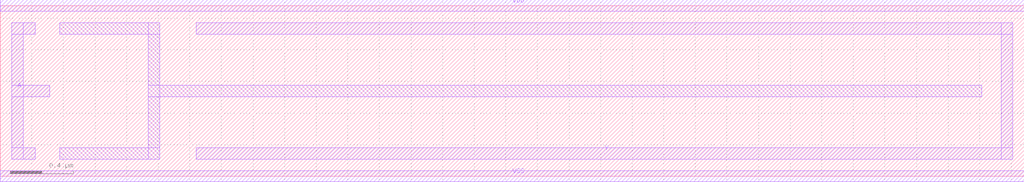
<source format=lef>
VERSION 5.8 ;
BUSBITCHARS "[]" ;
DIVIDERCHAR "/" ;

SITE coreSite
  CLASS CORE ;
  SYMMETRY X Y R90 ;
  SIZE 0.216 BY 1.08 ;
END coreSite

MACRO AND2x2_ASAP7_75t_R
  CLASS CORE ;
  ORIGIN 0 0 ;
  FOREIGN AND2x2_ASAP7_75t_R 0 0 ;
  SIZE 1.296 BY 1.08 ;
  SYMMETRY X Y ;
  PIN A
    DIRECTION INPUT ;
    USE SIGNAL ;
    PORT
      LAYER M1 ;
        RECT 0.504 0.28 0.576 0.8 ;
    END
  END A
  PIN B
    DIRECTION INPUT ;
    USE SIGNAL ;
    PORT
      LAYER M1 ;
        RECT 0.072 0.504 0.336 0.576 ;
        RECT 0.072 0.136 0.144 0.944 ;
    END
  END B
  PIN VDD
    DIRECTION INOUT ;
    USE POWER ;
    SHAPE ABUTMENT ;
    PORT
      LAYER M1 ;
        RECT 0 1.044 1.296 1.116 ;
    END
  END VDD
  PIN VSS
    DIRECTION INOUT ;
    USE GROUND ;
    SHAPE ABUTMENT ;
    PORT
      LAYER M1 ;
        RECT 0 -0.036 1.296 0.036 ;
    END
  END VSS
  PIN Y
    DIRECTION OUTPUT ;
    USE SIGNAL ;
    PORT
      LAYER M1 ;
        RECT 0.828 0.9 1.224 0.972 ;
        RECT 1.152 0.108 1.224 0.972 ;
        RECT 0.828 0.108 1.224 0.18 ;
        RECT 0.828 0.736 0.9 0.972 ;
        RECT 0.828 0.108 0.9 0.344 ;
    END
  END Y
  OBS
    LAYER M1 ;
      RECT 0.376 0.9 0.72 0.972 ;
      RECT 0.648 0.108 0.72 0.972 ;
      RECT 0.648 0.504 0.812 0.576 ;
      RECT 0.28 0.108 0.352 0.344 ;
      RECT 0.28 0.108 0.72 0.18 ;
  END
END AND2x2_ASAP7_75t_R

MACRO AND2x4_ASAP7_75t_R
  CLASS CORE ;
  ORIGIN 0 0 ;
  FOREIGN AND2x4_ASAP7_75t_R 0 0 ;
  SIZE 2.16 BY 1.08 ;
  SYMMETRY X Y ;
  PIN A
    DIRECTION INPUT ;
    USE SIGNAL ;
    PORT
      LAYER M1 ;
        RECT 0.936 0.112 1.008 0.6 ;
        RECT 0.288 0.112 1.008 0.184 ;
        RECT 0.288 0.112 0.36 0.8 ;
    END
  END A
  PIN B
    DIRECTION INPUT ;
    USE SIGNAL ;
    PORT
      LAYER M1 ;
        RECT 0.504 0.428 0.576 0.8 ;
    END
  END B
  PIN VDD
    DIRECTION INOUT ;
    USE POWER ;
    SHAPE ABUTMENT ;
    PORT
      LAYER M1 ;
        RECT 0 1.044 2.16 1.116 ;
    END
  END VDD
  PIN VSS
    DIRECTION INOUT ;
    USE GROUND ;
    SHAPE ABUTMENT ;
    PORT
      LAYER M1 ;
        RECT 0 -0.036 2.16 0.036 ;
    END
  END VSS
  PIN Y
    DIRECTION OUTPUT ;
    USE SIGNAL ;
    PORT
      LAYER M1 ;
        RECT 1.24 0.9 1.872 0.972 ;
        RECT 1.8 0.108 1.872 0.972 ;
        RECT 1.24 0.108 1.872 0.18 ;
    END
  END Y
  OBS
    LAYER M1 ;
      RECT 0.376 0.9 0.924 0.972 ;
      RECT 0.72 0.256 0.792 0.972 ;
      RECT 0.716 0.728 1.224 0.8 ;
      RECT 1.152 0.484 1.224 0.8 ;
      RECT 0.46 0.256 0.792 0.328 ;
  END
END AND2x4_ASAP7_75t_R

MACRO AND2x6_ASAP7_75t_R
  CLASS CORE ;
  ORIGIN 0 0 ;
  FOREIGN AND2x6_ASAP7_75t_R 0 0 ;
  SIZE 2.592 BY 1.08 ;
  SYMMETRY X Y ;
  PIN A
    DIRECTION INPUT ;
    USE SIGNAL ;
    PORT
      LAYER M1 ;
        RECT 0.936 0.112 1.008 0.6 ;
        RECT 0.288 0.112 1.008 0.184 ;
        RECT 0.288 0.112 0.36 0.8 ;
    END
  END A
  PIN B
    DIRECTION INPUT ;
    USE SIGNAL ;
    PORT
      LAYER M1 ;
        RECT 0.504 0.428 0.576 0.8 ;
    END
  END B
  PIN VDD
    DIRECTION INOUT ;
    USE POWER ;
    SHAPE ABUTMENT ;
    PORT
      LAYER M1 ;
        RECT 0 1.044 2.592 1.116 ;
    END
  END VDD
  PIN VSS
    DIRECTION INOUT ;
    USE GROUND ;
    SHAPE ABUTMENT ;
    PORT
      LAYER M1 ;
        RECT 0 -0.036 2.592 0.036 ;
    END
  END VSS
  PIN Y
    DIRECTION OUTPUT ;
    USE SIGNAL ;
    PORT
      LAYER M1 ;
        RECT 1.24 0.9 2.216 0.972 ;
        RECT 1.24 0.108 2.216 0.18 ;
        RECT 1.8 0.108 1.872 0.972 ;
    END
  END Y
  OBS
    LAYER M1 ;
      RECT 0.376 0.9 0.924 0.972 ;
      RECT 0.72 0.256 0.792 0.972 ;
      RECT 0.716 0.728 1.224 0.8 ;
      RECT 1.152 0.484 1.224 0.8 ;
      RECT 0.46 0.256 0.792 0.328 ;
  END
END AND2x6_ASAP7_75t_R

MACRO AND3x1_ASAP7_75t_R
  CLASS CORE ;
  ORIGIN 0 0 ;
  FOREIGN AND3x1_ASAP7_75t_R 0 0 ;
  SIZE 1.296 BY 1.08 ;
  SYMMETRY X Y ;
  PIN A
    DIRECTION INPUT ;
    USE SIGNAL ;
    PORT
      LAYER M1 ;
        RECT 0.288 0.28 0.36 0.8 ;
    END
  END A
  PIN B
    DIRECTION INPUT ;
    USE SIGNAL ;
    PORT
      LAYER M1 ;
        RECT 0.504 0.28 0.576 0.8 ;
    END
  END B
  PIN C
    DIRECTION INPUT ;
    USE SIGNAL ;
    PORT
      LAYER M1 ;
        RECT 0.72 0.28 0.792 0.8 ;
    END
  END C
  PIN VDD
    DIRECTION INOUT ;
    USE POWER ;
    SHAPE ABUTMENT ;
    PORT
      LAYER M1 ;
        RECT 0 1.044 1.296 1.116 ;
    END
  END VDD
  PIN VSS
    DIRECTION INOUT ;
    USE GROUND ;
    SHAPE ABUTMENT ;
    PORT
      LAYER M1 ;
        RECT 0 -0.036 1.296 0.036 ;
    END
  END VSS
  PIN Y
    DIRECTION OUTPUT ;
    USE SIGNAL ;
    PORT
      LAYER M1 ;
        RECT 1.044 0.732 1.224 0.804 ;
        RECT 1.152 0.304 1.224 0.804 ;
        RECT 1.044 0.304 1.224 0.376 ;
        RECT 1.044 0.732 1.116 0.94 ;
        RECT 1.044 0.136 1.116 0.376 ;
    END
  END Y
  OBS
    LAYER M1 ;
      RECT 0.16 0.9 0.936 0.972 ;
      RECT 0.864 0.108 0.936 0.972 ;
      RECT 0.864 0.504 1.052 0.576 ;
      RECT 0.16 0.108 0.936 0.18 ;
  END
END AND3x1_ASAP7_75t_R

MACRO AND3x2_ASAP7_75t_R
  CLASS CORE ;
  ORIGIN 0 0 ;
  FOREIGN AND3x2_ASAP7_75t_R 0 0 ;
  SIZE 1.512 BY 1.08 ;
  SYMMETRY X Y ;
  PIN A
    DIRECTION INPUT ;
    USE SIGNAL ;
    PORT
      LAYER M1 ;
        RECT 0.288 0.28 0.36 0.8 ;
    END
  END A
  PIN B
    DIRECTION INPUT ;
    USE SIGNAL ;
    PORT
      LAYER M1 ;
        RECT 0.504 0.28 0.576 0.8 ;
    END
  END B
  PIN C
    DIRECTION INPUT ;
    USE SIGNAL ;
    PORT
      LAYER M1 ;
        RECT 0.72 0.28 0.792 0.8 ;
    END
  END C
  PIN VDD
    DIRECTION INOUT ;
    USE POWER ;
    SHAPE ABUTMENT ;
    PORT
      LAYER M1 ;
        RECT 0 1.044 1.512 1.116 ;
    END
  END VDD
  PIN VSS
    DIRECTION INOUT ;
    USE GROUND ;
    SHAPE ABUTMENT ;
    PORT
      LAYER M1 ;
        RECT 0 -0.036 1.512 0.036 ;
    END
  END VSS
  PIN Y
    DIRECTION OUTPUT ;
    USE SIGNAL ;
    PORT
      LAYER M1 ;
        RECT 1.044 0.9 1.44 0.972 ;
        RECT 1.368 0.108 1.44 0.972 ;
        RECT 1.044 0.108 1.44 0.18 ;
        RECT 1.044 0.736 1.116 0.972 ;
        RECT 1.044 0.108 1.116 0.344 ;
    END
  END Y
  OBS
    LAYER M1 ;
      RECT 0.16 0.9 0.936 0.972 ;
      RECT 0.864 0.108 0.936 0.972 ;
      RECT 0.864 0.504 1.136 0.576 ;
      RECT 0.16 0.108 0.936 0.18 ;
  END
END AND3x2_ASAP7_75t_R

MACRO AND3x4_ASAP7_75t_R
  CLASS CORE ;
  ORIGIN 0 0 ;
  FOREIGN AND3x4_ASAP7_75t_R 0 0 ;
  SIZE 3.024 BY 1.08 ;
  SYMMETRY X Y ;
  PIN A
    DIRECTION INPUT ;
    USE SIGNAL ;
    PORT
      LAYER M1 ;
        RECT 2.448 0.756 2.596 0.828 ;
        RECT 2.448 0.396 2.596 0.468 ;
        RECT 2.448 0.396 2.52 0.828 ;
    END
  END A
  PIN B
    DIRECTION INPUT ;
    USE SIGNAL ;
    PORT
      LAYER M1 ;
        RECT 2.016 0.756 2.164 0.828 ;
        RECT 2.016 0.396 2.164 0.468 ;
        RECT 2.016 0.396 2.088 0.828 ;
    END
  END B
  PIN C
    DIRECTION INPUT ;
    USE SIGNAL ;
    PORT
      LAYER M1 ;
        RECT 1.368 0.28 1.44 0.8 ;
    END
  END C
  PIN VDD
    DIRECTION INOUT ;
    USE POWER ;
    SHAPE ABUTMENT ;
    PORT
      LAYER M1 ;
        RECT 0 1.044 3.024 1.116 ;
    END
  END VDD
  PIN VSS
    DIRECTION INOUT ;
    USE GROUND ;
    SHAPE ABUTMENT ;
    PORT
      LAYER M1 ;
        RECT 0 -0.036 3.024 0.036 ;
    END
  END VSS
  PIN Y
    DIRECTION OUTPUT ;
    USE SIGNAL ;
    PORT
      LAYER M1 ;
        RECT 0.072 0.9 0.92 0.972 ;
        RECT 0.072 0.108 0.92 0.18 ;
        RECT 0.072 0.108 0.144 0.972 ;
    END
  END Y
  OBS
    LAYER M1 ;
      RECT 1.04 0.9 2.984 0.972 ;
      RECT 2.912 0.108 2.984 0.972 ;
      RECT 1.04 0.168 1.112 0.972 ;
      RECT 0.872 0.504 1.112 0.576 ;
      RECT 2.536 0.108 2.984 0.18 ;
      RECT 1.888 0.252 2.804 0.324 ;
      RECT 1.24 0.108 2.216 0.18 ;
  END
END AND3x4_ASAP7_75t_R

MACRO AND4x1_ASAP7_75t_R
  CLASS CORE ;
  ORIGIN 0 0 ;
  FOREIGN AND4x1_ASAP7_75t_R 0 0 ;
  SIZE 1.512 BY 1.08 ;
  SYMMETRY X Y ;
  PIN A
    DIRECTION INPUT ;
    USE SIGNAL ;
    PORT
      LAYER M1 ;
        RECT 0.288 0.28 0.36 0.8 ;
    END
  END A
  PIN B
    DIRECTION INPUT ;
    USE SIGNAL ;
    PORT
      LAYER M1 ;
        RECT 0.504 0.136 0.576 0.8 ;
    END
  END B
  PIN C
    DIRECTION INPUT ;
    USE SIGNAL ;
    PORT
      LAYER M1 ;
        RECT 0.72 0.136 0.792 0.8 ;
    END
  END C
  PIN D
    DIRECTION INPUT ;
    USE SIGNAL ;
    PORT
      LAYER M1 ;
        RECT 0.936 0.136 1.008 0.656 ;
    END
  END D
  PIN VDD
    DIRECTION INOUT ;
    USE POWER ;
    SHAPE ABUTMENT ;
    PORT
      LAYER M1 ;
        RECT 0 1.044 1.512 1.116 ;
    END
  END VDD
  PIN VSS
    DIRECTION INOUT ;
    USE GROUND ;
    SHAPE ABUTMENT ;
    PORT
      LAYER M1 ;
        RECT 0 -0.036 1.512 0.036 ;
    END
  END VSS
  PIN Y
    DIRECTION OUTPUT ;
    USE SIGNAL ;
    PORT
      LAYER M1 ;
        RECT 1.196 0.9 1.44 0.972 ;
        RECT 1.368 0.108 1.44 0.972 ;
        RECT 1.24 0.108 1.44 0.18 ;
    END
  END Y
  OBS
    LAYER M1 ;
      RECT 0.072 0.9 1.008 0.972 ;
      RECT 0.936 0.756 1.008 0.972 ;
      RECT 0.072 0.108 0.144 0.972 ;
      RECT 0.936 0.756 1.224 0.828 ;
      RECT 1.152 0.48 1.224 0.828 ;
      RECT 0.072 0.108 0.34 0.18 ;
  END
END AND4x1_ASAP7_75t_R

MACRO AND4x2_ASAP7_75t_R
  CLASS CORE ;
  ORIGIN 0 0 ;
  FOREIGN AND4x2_ASAP7_75t_R 0 0 ;
  SIZE 1.728 BY 1.08 ;
  SYMMETRY X Y ;
  PIN A
    DIRECTION INPUT ;
    USE SIGNAL ;
    PORT
      LAYER M1 ;
        RECT 1.368 0.28 1.44 0.8 ;
    END
  END A
  PIN B
    DIRECTION INPUT ;
    USE SIGNAL ;
    PORT
      LAYER M1 ;
        RECT 1.152 0.136 1.224 0.8 ;
    END
  END B
  PIN C
    DIRECTION INPUT ;
    USE SIGNAL ;
    PORT
      LAYER M1 ;
        RECT 0.936 0.136 1.008 0.8 ;
    END
  END C
  PIN D
    DIRECTION INPUT ;
    USE SIGNAL ;
    PORT
      LAYER M1 ;
        RECT 0.72 0.136 0.792 0.656 ;
    END
  END D
  PIN VDD
    DIRECTION INOUT ;
    USE POWER ;
    SHAPE ABUTMENT ;
    PORT
      LAYER M1 ;
        RECT 0 1.044 1.728 1.116 ;
    END
  END VDD
  PIN VSS
    DIRECTION INOUT ;
    USE GROUND ;
    SHAPE ABUTMENT ;
    PORT
      LAYER M1 ;
        RECT 0 -0.036 1.728 0.036 ;
    END
  END VSS
  PIN Y
    DIRECTION OUTPUT ;
    USE SIGNAL ;
    PORT
      LAYER M1 ;
        RECT 0.072 0.9 0.488 0.972 ;
        RECT 0.072 0.108 0.488 0.18 ;
        RECT 0.072 0.108 0.144 0.972 ;
    END
  END Y
  OBS
    LAYER M1 ;
      RECT 0.612 0.9 1.656 0.972 ;
      RECT 1.584 0.108 1.656 0.972 ;
      RECT 0.612 0.756 0.684 0.972 ;
      RECT 0.396 0.756 0.684 0.828 ;
      RECT 0.396 0.476 0.468 0.828 ;
      RECT 1.456 0.108 1.656 0.18 ;
  END
END AND4x2_ASAP7_75t_R

MACRO AOI211x1_ASAP7_75t_R
  CLASS CORE ;
  ORIGIN 0 0 ;
  FOREIGN AOI211x1_ASAP7_75t_R 0 0 ;
  SIZE 2.592 BY 1.08 ;
  SYMMETRY X Y ;
  PIN A1
    DIRECTION INPUT ;
    USE SIGNAL ;
    PORT
      LAYER M1 ;
        RECT 0.72 0.504 0.916 0.576 ;
        RECT 0.72 0.756 0.892 0.828 ;
        RECT 0.72 0.252 0.88 0.324 ;
        RECT 0.72 0.252 0.792 0.828 ;
    END
  END A1
  PIN A2
    DIRECTION INPUT ;
    USE SIGNAL ;
    PORT
      LAYER M1 ;
        RECT 0.072 0.504 0.492 0.576 ;
        RECT 0.072 0.136 0.144 0.944 ;
    END
  END A2
  PIN B
    DIRECTION INPUT ;
    USE SIGNAL ;
    PORT
      LAYER M1 ;
        RECT 1.584 0.612 1.768 0.684 ;
        RECT 1.584 0.252 1.768 0.324 ;
        RECT 1.584 0.252 1.656 0.684 ;
    END
  END B
  PIN C
    DIRECTION INPUT ;
    USE SIGNAL ;
    PORT
      LAYER M1 ;
        RECT 2.016 0.504 2.216 0.576 ;
        RECT 2.016 0.252 2.2 0.324 ;
        RECT 2.016 0.252 2.088 0.656 ;
    END
  END C
  PIN VDD
    DIRECTION INOUT ;
    USE POWER ;
    SHAPE ABUTMENT ;
    PORT
      LAYER M1 ;
        RECT 0 1.044 2.592 1.116 ;
    END
  END VDD
  PIN VSS
    DIRECTION INOUT ;
    USE GROUND ;
    SHAPE ABUTMENT ;
    PORT
      LAYER M1 ;
        RECT 0 -0.036 2.592 0.036 ;
    END
  END VSS
  PIN Y
    DIRECTION OUTPUT ;
    USE SIGNAL ;
    PORT
      LAYER M1 ;
        RECT 2.076 0.756 2.52 0.828 ;
        RECT 2.448 0.108 2.52 0.828 ;
        RECT 0.364 0.108 2.52 0.18 ;
    END
  END Y
  OBS
    LAYER M1 ;
      RECT 0.364 0.9 1.224 0.972 ;
      RECT 1.152 0.756 1.224 0.972 ;
      RECT 1.152 0.756 1.796 0.828 ;
      RECT 1.444 0.9 2.432 0.972 ;
  END
END AOI211x1_ASAP7_75t_R

MACRO AOI211xp5_ASAP7_75t_R
  CLASS CORE ;
  ORIGIN 0 0 ;
  FOREIGN AOI211xp5_ASAP7_75t_R 0 0 ;
  SIZE 1.296 BY 1.08 ;
  SYMMETRY X Y ;
  PIN A1
    DIRECTION INPUT ;
    USE SIGNAL ;
    PORT
      LAYER M1 ;
        RECT 0.504 0.28 0.576 0.656 ;
    END
  END A1
  PIN A2
    DIRECTION INPUT ;
    USE SIGNAL ;
    PORT
      LAYER M1 ;
        RECT 0.072 0.504 0.36 0.576 ;
        RECT 0.072 0.28 0.144 0.8 ;
    END
  END A2
  PIN B
    DIRECTION INPUT ;
    USE SIGNAL ;
    PORT
      LAYER M1 ;
        RECT 0.72 0.28 0.792 0.656 ;
    END
  END B
  PIN C
    DIRECTION INPUT ;
    USE SIGNAL ;
    PORT
      LAYER M1 ;
        RECT 0.936 0.28 1.008 0.656 ;
    END
  END C
  PIN VDD
    DIRECTION INOUT ;
    USE POWER ;
    SHAPE ABUTMENT ;
    PORT
      LAYER M1 ;
        RECT 0 1.044 1.296 1.116 ;
    END
  END VDD
  PIN VSS
    DIRECTION INOUT ;
    USE GROUND ;
    SHAPE ABUTMENT ;
    PORT
      LAYER M1 ;
        RECT 0 -0.036 1.296 0.036 ;
    END
  END VSS
  PIN Y
    DIRECTION OUTPUT ;
    USE SIGNAL ;
    PORT
      LAYER M1 ;
        RECT 0.396 0.756 1.224 0.828 ;
        RECT 1.152 0.108 1.224 0.828 ;
        RECT 0.16 0.108 1.224 0.18 ;
    END
  END Y
  OBS
    LAYER M1 ;
      RECT 0.16 0.9 0.704 0.972 ;
  END
END AOI211xp5_ASAP7_75t_R

MACRO AOI21x1_ASAP7_75t_R
  CLASS CORE ;
  ORIGIN 0 0 ;
  FOREIGN AOI21x1_ASAP7_75t_R 0 0 ;
  SIZE 1.728 BY 1.08 ;
  SYMMETRY X Y ;
  PIN A1
    DIRECTION INPUT ;
    USE SIGNAL ;
    PORT
      LAYER M1 ;
        RECT 1.152 0.252 1.224 0.656 ;
        RECT 0.504 0.252 1.224 0.324 ;
        RECT 0.504 0.252 0.576 0.656 ;
    END
  END A1
  PIN A2
    DIRECTION INPUT ;
    USE SIGNAL ;
    PORT
      LAYER M1 ;
        RECT 0.76 0.5 1.024 0.572 ;
        RECT 0.76 0.396 0.908 0.684 ;
    END
  END A2
  PIN B
    DIRECTION INPUT ;
    USE SIGNAL ;
    PORT
      LAYER M1 ;
        RECT 0.288 0.756 1.44 0.828 ;
        RECT 1.368 0.464 1.44 0.828 ;
        RECT 0.288 0.28 0.36 0.828 ;
    END
  END B
  PIN VDD
    DIRECTION INOUT ;
    USE POWER ;
    SHAPE ABUTMENT ;
    PORT
      LAYER M1 ;
        RECT 0 1.044 1.728 1.116 ;
    END
  END VDD
  PIN VSS
    DIRECTION INOUT ;
    USE GROUND ;
    SHAPE ABUTMENT ;
    PORT
      LAYER M1 ;
        RECT 0 -0.036 1.728 0.036 ;
    END
  END VSS
  PIN Y
    DIRECTION OUTPUT ;
    USE SIGNAL ;
    PORT
      LAYER M1 ;
        RECT 1.476 0.9 1.656 0.972 ;
        RECT 1.584 0.108 1.656 0.972 ;
        RECT 0.072 0.108 1.656 0.18 ;
        RECT 0.072 0.9 0.252 0.972 ;
        RECT 0.072 0.108 0.144 0.972 ;
    END
  END Y
  OBS
    LAYER M1 ;
      RECT 0.396 0.9 1.332 0.972 ;
  END
END AOI21x1_ASAP7_75t_R

MACRO AOI21xp33_ASAP7_75t_R
  CLASS CORE ;
  ORIGIN 0 0 ;
  FOREIGN AOI21xp33_ASAP7_75t_R 0 0 ;
  SIZE 1.08 BY 1.08 ;
  SYMMETRY X Y ;
  PIN A1
    DIRECTION INPUT ;
    USE SIGNAL ;
    PORT
      LAYER M1 ;
        RECT 0.428 0.756 0.576 0.828 ;
        RECT 0.504 0.252 0.576 0.828 ;
        RECT 0.428 0.252 0.576 0.324 ;
    END
  END A1
  PIN A2
    DIRECTION INPUT ;
    USE SIGNAL ;
    PORT
      LAYER M1 ;
        RECT 0.072 0.5 0.38 0.572 ;
        RECT 0.072 0.756 0.22 0.828 ;
        RECT 0.072 0.108 0.22 0.18 ;
        RECT 0.072 0.108 0.144 0.828 ;
    END
  END A2
  PIN B
    DIRECTION INPUT ;
    USE SIGNAL ;
    PORT
      LAYER M1 ;
        RECT 0.72 0.28 0.792 0.8 ;
    END
  END B
  PIN VDD
    DIRECTION INOUT ;
    USE POWER ;
    SHAPE ABUTMENT ;
    PORT
      LAYER M1 ;
        RECT 0 1.044 1.08 1.116 ;
    END
  END VDD
  PIN VSS
    DIRECTION INOUT ;
    USE GROUND ;
    SHAPE ABUTMENT ;
    PORT
      LAYER M1 ;
        RECT 0 -0.036 1.08 0.036 ;
    END
  END VSS
  PIN Y
    DIRECTION OUTPUT ;
    USE SIGNAL ;
    PORT
      LAYER M1 ;
        RECT 0.808 0.9 1.008 0.972 ;
        RECT 0.936 0.108 1.008 0.972 ;
        RECT 0.428 0.108 1.008 0.18 ;
    END
  END Y
  OBS
    LAYER M1 ;
      RECT 0.16 0.9 0.684 0.972 ;
  END
END AOI21xp33_ASAP7_75t_R

MACRO AOI21xp5_ASAP7_75t_R
  CLASS CORE ;
  ORIGIN 0 0 ;
  FOREIGN AOI21xp5_ASAP7_75t_R 0 0 ;
  SIZE 1.08 BY 1.08 ;
  SYMMETRY X Y ;
  PIN A1
    DIRECTION INPUT ;
    USE SIGNAL ;
    PORT
      LAYER M1 ;
        RECT 0.504 0.28 0.576 0.8 ;
    END
  END A1
  PIN A2
    DIRECTION INPUT ;
    USE SIGNAL ;
    PORT
      LAYER M1 ;
        RECT 0.072 0.5 0.38 0.572 ;
        RECT 0.072 0.136 0.144 0.8 ;
    END
  END A2
  PIN B
    DIRECTION INPUT ;
    USE SIGNAL ;
    PORT
      LAYER M1 ;
        RECT 0.72 0.28 0.792 0.8 ;
    END
  END B
  PIN VDD
    DIRECTION INOUT ;
    USE POWER ;
    SHAPE ABUTMENT ;
    PORT
      LAYER M1 ;
        RECT 0 1.044 1.08 1.116 ;
    END
  END VDD
  PIN VSS
    DIRECTION INOUT ;
    USE GROUND ;
    SHAPE ABUTMENT ;
    PORT
      LAYER M1 ;
        RECT 0 -0.036 1.08 0.036 ;
    END
  END VSS
  PIN Y
    DIRECTION OUTPUT ;
    USE SIGNAL ;
    PORT
      LAYER M1 ;
        RECT 0.808 0.9 1.008 0.972 ;
        RECT 0.936 0.108 1.008 0.972 ;
        RECT 0.568 0.108 1.008 0.18 ;
    END
  END Y
  OBS
    LAYER M1 ;
      RECT 0.16 0.9 0.684 0.972 ;
  END
END AOI21xp5_ASAP7_75t_R

MACRO AOI221x1_ASAP7_75t_R
  CLASS CORE ;
  ORIGIN 0 0 ;
  FOREIGN AOI221x1_ASAP7_75t_R 0 0 ;
  SIZE 3.024 BY 1.08 ;
  SYMMETRY X Y ;
  PIN A1
    DIRECTION INPUT ;
    USE SIGNAL ;
    PORT
      LAYER M1 ;
        RECT 0.72 0.612 0.868 0.684 ;
        RECT 0.72 0.108 0.792 0.684 ;
        RECT 0.644 0.108 0.792 0.18 ;
    END
  END A1
  PIN A2
    DIRECTION INPUT ;
    USE SIGNAL ;
    PORT
      LAYER M1 ;
        RECT 0.288 0.504 0.596 0.576 ;
        RECT 0.212 0.612 0.36 0.684 ;
        RECT 0.288 0.108 0.36 0.684 ;
        RECT 0.212 0.108 0.36 0.18 ;
    END
  END A2
  PIN B1
    DIRECTION INPUT ;
    USE SIGNAL ;
    PORT
      LAYER M1 ;
        RECT 1.152 0.324 1.3 0.396 ;
        RECT 1.076 0.612 1.224 0.684 ;
        RECT 1.152 0.324 1.224 0.684 ;
    END
  END B1
  PIN B2
    DIRECTION INPUT ;
    USE SIGNAL ;
    PORT
      LAYER M1 ;
        RECT 1.8 0.612 1.948 0.684 ;
        RECT 1.8 0.324 1.872 0.684 ;
        RECT 1.564 0.504 1.872 0.576 ;
        RECT 1.724 0.324 1.872 0.396 ;
    END
  END B2
  PIN C
    DIRECTION INPUT ;
    USE SIGNAL ;
    PORT
      LAYER M1 ;
        RECT 2.232 0.504 2.544 0.576 ;
        RECT 2.156 0.756 2.304 0.828 ;
        RECT 2.232 0.324 2.304 0.828 ;
        RECT 2.156 0.324 2.304 0.396 ;
    END
  END C
  PIN VDD
    DIRECTION INOUT ;
    USE POWER ;
    SHAPE ABUTMENT ;
    PORT
      LAYER M1 ;
        RECT 0 1.044 3.024 1.116 ;
    END
  END VDD
  PIN VSS
    DIRECTION INOUT ;
    USE GROUND ;
    SHAPE ABUTMENT ;
    PORT
      LAYER M1 ;
        RECT 0 -0.036 3.024 0.036 ;
    END
  END VSS
  PIN Y
    DIRECTION OUTPUT ;
    USE SIGNAL ;
    PORT
      LAYER M1 ;
        RECT 2.536 0.756 2.952 0.828 ;
        RECT 2.88 0.18 2.952 0.828 ;
        RECT 1.024 0.18 2.952 0.252 ;
    END
  END Y
  OBS
    LAYER M1 ;
      RECT 1.24 0.9 2.864 0.972 ;
      RECT 0.16 0.756 2 0.828 ;
  END
END AOI221x1_ASAP7_75t_R

MACRO AOI221xp5_ASAP7_75t_R
  CLASS CORE ;
  ORIGIN 0 0 ;
  FOREIGN AOI221xp5_ASAP7_75t_R 0 0 ;
  SIZE 1.512 BY 1.08 ;
  SYMMETRY X Y ;
  PIN A1
    DIRECTION INPUT ;
    USE SIGNAL ;
    PORT
      LAYER M1 ;
        RECT 0.936 0.28 1.008 0.656 ;
    END
  END A1
  PIN A2
    DIRECTION INPUT ;
    USE SIGNAL ;
    PORT
      LAYER M1 ;
        RECT 1.152 0.136 1.224 0.656 ;
    END
  END A2
  PIN B1
    DIRECTION INPUT ;
    USE SIGNAL ;
    PORT
      LAYER M1 ;
        RECT 0.288 0.28 0.36 0.656 ;
    END
  END B1
  PIN B2
    DIRECTION INPUT ;
    USE SIGNAL ;
    PORT
      LAYER M1 ;
        RECT 0.504 0.28 0.576 0.656 ;
    END
  END B2
  PIN C
    DIRECTION INPUT ;
    USE SIGNAL ;
    PORT
      LAYER M1 ;
        RECT 0.72 0.28 0.792 0.656 ;
    END
  END C
  PIN VDD
    DIRECTION INOUT ;
    USE POWER ;
    SHAPE ABUTMENT ;
    PORT
      LAYER M1 ;
        RECT 0 1.044 1.512 1.116 ;
    END
  END VDD
  PIN VSS
    DIRECTION INOUT ;
    USE GROUND ;
    SHAPE ABUTMENT ;
    PORT
      LAYER M1 ;
        RECT 0 -0.036 1.512 0.036 ;
    END
  END VSS
  PIN Y
    DIRECTION OUTPUT ;
    USE SIGNAL ;
    PORT
      LAYER M1 ;
        RECT 0.072 0.108 0.92 0.18 ;
        RECT 0.072 0.756 0.492 0.828 ;
        RECT 0.072 0.108 0.144 0.828 ;
    END
  END Y
  OBS
    LAYER M1 ;
      RECT 0.804 0.756 1.356 0.828 ;
      RECT 0.16 0.9 0.704 0.972 ;
  END
END AOI221xp5_ASAP7_75t_R

MACRO AOI222xp33_ASAP7_75t_R
  CLASS CORE ;
  ORIGIN 0 0 ;
  FOREIGN AOI222xp33_ASAP7_75t_R 0 0 ;
  SIZE 2.16 BY 1.08 ;
  SYMMETRY X Y ;
  PIN A1
    DIRECTION INPUT ;
    USE SIGNAL ;
    PORT
      LAYER M1 ;
        RECT 0.288 0.28 0.36 0.656 ;
    END
  END A1
  PIN A2
    DIRECTION INPUT ;
    USE SIGNAL ;
    PORT
      LAYER M1 ;
        RECT 0.504 0.28 0.576 0.656 ;
    END
  END A2
  PIN B1
    DIRECTION INPUT ;
    USE SIGNAL ;
    PORT
      LAYER M1 ;
        RECT 0.936 0.28 1.008 0.656 ;
    END
  END B1
  PIN B2
    DIRECTION INPUT ;
    USE SIGNAL ;
    PORT
      LAYER M1 ;
        RECT 0.72 0.28 0.792 0.656 ;
    END
  END B2
  PIN C1
    DIRECTION INPUT ;
    USE SIGNAL ;
    PORT
      LAYER M1 ;
        RECT 1.584 0.28 1.656 0.8 ;
    END
  END C1
  PIN C2
    DIRECTION INPUT ;
    USE SIGNAL ;
    PORT
      LAYER M1 ;
        RECT 1.8 0.136 1.872 0.8 ;
    END
  END C2
  PIN VDD
    DIRECTION INOUT ;
    USE POWER ;
    SHAPE ABUTMENT ;
    PORT
      LAYER M1 ;
        RECT 0 1.044 2.16 1.116 ;
    END
  END VDD
  PIN VSS
    DIRECTION INOUT ;
    USE GROUND ;
    SHAPE ABUTMENT ;
    PORT
      LAYER M1 ;
        RECT 0 -0.036 2.16 0.036 ;
    END
  END VSS
  PIN Y
    DIRECTION OUTPUT ;
    USE SIGNAL ;
    PORT
      LAYER M1 ;
        RECT 0.072 0.108 1.596 0.18 ;
        RECT 0.072 0.756 0.488 0.828 ;
        RECT 0.072 0.108 0.144 0.828 ;
    END
  END Y
  OBS
    LAYER M1 ;
      RECT 1.368 0.9 1.872 0.972 ;
      RECT 1.368 0.756 1.44 0.972 ;
      RECT 0.808 0.756 1.44 0.828 ;
      RECT 0.16 0.9 1.136 0.972 ;
  END
END AOI222xp33_ASAP7_75t_R

MACRO AOI22x1_ASAP7_75t_R
  CLASS CORE ;
  ORIGIN 0 0 ;
  FOREIGN AOI22x1_ASAP7_75t_R 0 0 ;
  SIZE 2.16 BY 1.08 ;
  SYMMETRY X Y ;
  PIN A1
    DIRECTION INPUT ;
    USE SIGNAL ;
    PORT
      LAYER M1 ;
        RECT 1.368 0.612 1.516 0.684 ;
        RECT 1.368 0.396 1.516 0.468 ;
        RECT 1.368 0.396 1.44 0.684 ;
    END
  END A1
  PIN A2
    DIRECTION INPUT ;
    USE SIGNAL ;
    PORT
      LAYER M1 ;
        RECT 1.724 0.612 1.872 0.684 ;
        RECT 1.8 0.252 1.872 0.684 ;
        RECT 1.152 0.252 1.872 0.324 ;
        RECT 1.152 0.252 1.224 0.608 ;
    END
  END A2
  PIN B1
    DIRECTION INPUT ;
    USE SIGNAL ;
    PORT
      LAYER M1 ;
        RECT 0.644 0.756 0.792 0.828 ;
        RECT 0.72 0.396 0.792 0.828 ;
        RECT 0.644 0.396 0.792 0.468 ;
    END
  END B1
  PIN B2
    DIRECTION INPUT ;
    USE SIGNAL ;
    PORT
      LAYER M1 ;
        RECT 0.936 0.252 1.008 0.616 ;
        RECT 0.288 0.252 1.008 0.324 ;
        RECT 0.288 0.756 0.436 0.828 ;
        RECT 0.288 0.252 0.36 0.828 ;
    END
  END B2
  PIN VDD
    DIRECTION INOUT ;
    USE POWER ;
    SHAPE ABUTMENT ;
    PORT
      LAYER M1 ;
        RECT 0 1.044 2.16 1.116 ;
    END
  END VDD
  PIN VSS
    DIRECTION INOUT ;
    USE GROUND ;
    SHAPE ABUTMENT ;
    PORT
      LAYER M1 ;
        RECT 0 -0.036 2.16 0.036 ;
    END
  END VSS
  PIN Y
    DIRECTION OUTPUT ;
    USE SIGNAL ;
    PORT
      LAYER M1 ;
        RECT 1.236 0.756 2.088 0.828 ;
        RECT 2.016 0.108 2.088 0.828 ;
        RECT 0.152 0.108 2.088 0.18 ;
    END
  END Y
  OBS
    LAYER M1 ;
      RECT 0.16 0.9 2 0.972 ;
  END
END AOI22x1_ASAP7_75t_R

MACRO AOI22xp33_ASAP7_75t_R
  CLASS CORE ;
  ORIGIN 0 0 ;
  FOREIGN AOI22xp33_ASAP7_75t_R 0 0 ;
  SIZE 1.296 BY 1.08 ;
  SYMMETRY X Y ;
  PIN A1
    DIRECTION INPUT ;
    USE SIGNAL ;
    PORT
      LAYER M1 ;
        RECT 0.288 0.136 0.36 0.8 ;
    END
  END A1
  PIN A2
    DIRECTION INPUT ;
    USE SIGNAL ;
    PORT
      LAYER M1 ;
        RECT 0.504 0.28 0.576 0.8 ;
    END
  END A2
  PIN B1
    DIRECTION INPUT ;
    USE SIGNAL ;
    PORT
      LAYER M1 ;
        RECT 0.936 0.28 1.008 0.656 ;
    END
  END B1
  PIN B2
    DIRECTION INPUT ;
    USE SIGNAL ;
    PORT
      LAYER M1 ;
        RECT 0.72 0.28 0.792 0.656 ;
    END
  END B2
  PIN VDD
    DIRECTION INOUT ;
    USE POWER ;
    SHAPE ABUTMENT ;
    PORT
      LAYER M1 ;
        RECT 0 1.044 1.296 1.116 ;
    END
  END VDD
  PIN VSS
    DIRECTION INOUT ;
    USE GROUND ;
    SHAPE ABUTMENT ;
    PORT
      LAYER M1 ;
        RECT 0 -0.036 1.296 0.036 ;
    END
  END VSS
  PIN Y
    DIRECTION OUTPUT ;
    USE SIGNAL ;
    PORT
      LAYER M1 ;
        RECT 0.808 0.756 1.224 0.828 ;
        RECT 1.152 0.108 1.224 0.828 ;
        RECT 0.592 0.108 1.224 0.18 ;
    END
  END Y
  OBS
    LAYER M1 ;
      RECT 0.16 0.9 1.136 0.972 ;
  END
END AOI22xp33_ASAP7_75t_R

MACRO AOI22xp5_ASAP7_75t_R
  CLASS CORE ;
  ORIGIN 0 0 ;
  FOREIGN AOI22xp5_ASAP7_75t_R 0 0 ;
  SIZE 1.296 BY 1.08 ;
  SYMMETRY X Y ;
  PIN A1
    DIRECTION INPUT ;
    USE SIGNAL ;
    PORT
      LAYER M1 ;
        RECT 0.072 0.504 0.38 0.576 ;
        RECT 0.072 0.756 0.22 0.828 ;
        RECT 0.072 0.108 0.22 0.18 ;
        RECT 0.072 0.108 0.144 0.828 ;
    END
  END A1
  PIN A2
    DIRECTION INPUT ;
    USE SIGNAL ;
    PORT
      LAYER M1 ;
        RECT 0.428 0.756 0.576 0.828 ;
        RECT 0.504 0.28 0.576 0.828 ;
    END
  END A2
  PIN B1
    DIRECTION INPUT ;
    USE SIGNAL ;
    PORT
      LAYER M1 ;
        RECT 0.936 0.28 1.008 0.656 ;
    END
  END B1
  PIN B2
    DIRECTION INPUT ;
    USE SIGNAL ;
    PORT
      LAYER M1 ;
        RECT 0.72 0.28 0.792 0.656 ;
    END
  END B2
  PIN VDD
    DIRECTION INOUT ;
    USE POWER ;
    SHAPE ABUTMENT ;
    PORT
      LAYER M1 ;
        RECT 0 1.044 1.296 1.116 ;
    END
  END VDD
  PIN VSS
    DIRECTION INOUT ;
    USE GROUND ;
    SHAPE ABUTMENT ;
    PORT
      LAYER M1 ;
        RECT 0 -0.036 1.296 0.036 ;
    END
  END VSS
  PIN Y
    DIRECTION OUTPUT ;
    USE SIGNAL ;
    PORT
      LAYER M1 ;
        RECT 0.808 0.756 1.224 0.828 ;
        RECT 1.152 0.108 1.224 0.828 ;
        RECT 0.592 0.108 1.224 0.18 ;
    END
  END Y
  OBS
    LAYER M1 ;
      RECT 0.16 0.9 1.136 0.972 ;
  END
END AOI22xp5_ASAP7_75t_R

MACRO BUFx10_ASAP7_75t_R
  CLASS CORE ;
  ORIGIN 0 0 ;
  FOREIGN BUFx10_ASAP7_75t_R 0 0 ;
  SIZE 3.024 BY 1.08 ;
  SYMMETRY X Y ;
  PIN A
    DIRECTION INPUT ;
    USE SIGNAL ;
    PORT
      LAYER M1 ;
        RECT 0.072 0.504 0.38 0.576 ;
        RECT 0.072 0.9 0.22 0.972 ;
        RECT 0.072 0.108 0.22 0.18 ;
        RECT 0.072 0.108 0.144 0.972 ;
    END
  END A
  PIN VDD
    DIRECTION INOUT ;
    USE POWER ;
    SHAPE ABUTMENT ;
    PORT
      LAYER M1 ;
        RECT 0 1.044 3.024 1.116 ;
    END
  END VDD
  PIN VSS
    DIRECTION INOUT ;
    USE GROUND ;
    SHAPE ABUTMENT ;
    PORT
      LAYER M1 ;
        RECT 0 -0.036 3.024 0.036 ;
    END
  END VSS
  PIN Y
    DIRECTION OUTPUT ;
    USE SIGNAL ;
    PORT
      LAYER M1 ;
        RECT 0.796 0.9 2.952 0.972 ;
        RECT 2.88 0.108 2.952 0.972 ;
        RECT 0.796 0.108 2.952 0.18 ;
    END
  END Y
  OBS
    LAYER M1 ;
      RECT 0.364 0.9 0.576 0.972 ;
      RECT 0.504 0.108 0.576 0.972 ;
      RECT 0.504 0.504 2.756 0.576 ;
      RECT 0.364 0.108 0.576 0.18 ;
  END
END BUFx10_ASAP7_75t_R

MACRO BUFx12_ASAP7_75t_R
  CLASS CORE ;
  ORIGIN 0 0 ;
  FOREIGN BUFx12_ASAP7_75t_R 0 0 ;
  SIZE 3.456 BY 1.08 ;
  SYMMETRY X Y ;
  PIN A
    DIRECTION INPUT ;
    USE SIGNAL ;
    PORT
      LAYER M1 ;
        RECT 0.072 0.504 0.312 0.576 ;
        RECT 0.072 0.9 0.22 0.972 ;
        RECT 0.072 0.108 0.22 0.18 ;
        RECT 0.072 0.108 0.144 0.972 ;
    END
  END A
  PIN VDD
    DIRECTION INOUT ;
    USE POWER ;
    SHAPE ABUTMENT ;
    PORT
      LAYER M1 ;
        RECT 0 1.044 3.456 1.116 ;
    END
  END VDD
  PIN VSS
    DIRECTION INOUT ;
    USE GROUND ;
    SHAPE ABUTMENT ;
    PORT
      LAYER M1 ;
        RECT 0 -0.036 3.456 0.036 ;
    END
  END VSS
  PIN Y
    DIRECTION OUTPUT ;
    USE SIGNAL ;
    PORT
      LAYER M1 ;
        RECT 0.796 0.9 3.384 0.972 ;
        RECT 3.312 0.108 3.384 0.972 ;
        RECT 0.796 0.108 3.384 0.18 ;
    END
  END Y
  OBS
    LAYER M1 ;
      RECT 0.376 0.9 0.576 0.972 ;
      RECT 0.504 0.108 0.576 0.972 ;
      RECT 0.504 0.504 3.2 0.576 ;
      RECT 0.376 0.108 0.576 0.18 ;
  END
END BUFx12_ASAP7_75t_R

MACRO BUFx12f_ASAP7_75t_R
  CLASS CORE ;
  ORIGIN 0 0 ;
  FOREIGN BUFx12f_ASAP7_75t_R 0 0 ;
  SIZE 3.888 BY 1.08 ;
  SYMMETRY X Y ;
  PIN A
    DIRECTION INPUT ;
    USE SIGNAL ;
    PORT
      LAYER M1 ;
        RECT 0.072 0.136 0.144 0.944 ;
    END
  END A
  PIN VDD
    DIRECTION INOUT ;
    USE POWER ;
    SHAPE ABUTMENT ;
    PORT
      LAYER M1 ;
        RECT 0 1.044 3.888 1.116 ;
    END
  END VDD
  PIN VSS
    DIRECTION INOUT ;
    USE GROUND ;
    SHAPE ABUTMENT ;
    PORT
      LAYER M1 ;
        RECT 0 -0.036 3.888 0.036 ;
    END
  END VSS
  PIN Y
    DIRECTION OUTPUT ;
    USE SIGNAL ;
    PORT
      LAYER M1 ;
        RECT 1.24 0.9 3.816 0.972 ;
        RECT 3.744 0.108 3.816 0.972 ;
        RECT 1.24 0.108 3.816 0.18 ;
    END
  END Y
  OBS
    LAYER M1 ;
      RECT 0.376 0.9 1.116 0.972 ;
      RECT 1.044 0.108 1.116 0.972 ;
      RECT 1.044 0.504 1.244 0.576 ;
      RECT 0.376 0.108 1.116 0.18 ;
  END
END BUFx12f_ASAP7_75t_R

MACRO BUFx16f_ASAP7_75t_R
  CLASS CORE ;
  ORIGIN 0 0 ;
  FOREIGN BUFx16f_ASAP7_75t_R 0 0 ;
  SIZE 4.752 BY 1.08 ;
  SYMMETRY X Y ;
  PIN VDD
    DIRECTION INOUT ;
    USE POWER ;
    SHAPE ABUTMENT ;
    PORT
      LAYER M1 ;
        RECT 0 1.044 4.752 1.116 ;
    END
  END VDD
  PIN VSS
    DIRECTION INOUT ;
    USE GROUND ;
    SHAPE ABUTMENT ;
    PORT
      LAYER M1 ;
        RECT 0 -0.036 4.752 0.036 ;
    END
  END VSS
  PIN Y
    DIRECTION OUTPUT ;
    USE SIGNAL ;
    PORT
      LAYER M1 ;
        RECT 1.24 0.9 4.68 0.972 ;
        RECT 4.608 0.108 4.68 0.972 ;
        RECT 1.24 0.108 4.68 0.18 ;
    END
  END Y
  OBS
    LAYER M1 ;
      RECT 0.376 0.9 1.008 0.972 ;
      RECT 0.936 0.108 1.008 0.972 ;
      RECT 0.936 0.504 4.496 0.576 ;
      RECT 0.376 0.108 1.008 0.18 ;
      RECT 0.072 0.136 0.144 0.944 ;
  END
END BUFx16f_ASAP7_75t_R

MACRO BUFx24_ASAP7_75t_R
  CLASS CORE ;
  ORIGIN 0 0 ;
  FOREIGN BUFx24_ASAP7_75t_R 0 0 ;
  SIZE 6.48 BY 1.08 ;
  SYMMETRY X Y ;
  PIN A
    DIRECTION INPUT ;
    USE SIGNAL ;
    PORT
      LAYER M1 ;
        RECT 0.072 0.504 0.312 0.576 ;
        RECT 0.072 0.9 0.22 0.972 ;
        RECT 0.072 0.108 0.22 0.18 ;
        RECT 0.072 0.108 0.144 0.972 ;
    END
  END A
  PIN VDD
    DIRECTION INOUT ;
    USE POWER ;
    SHAPE ABUTMENT ;
    PORT
      LAYER M1 ;
        RECT 0 1.044 6.48 1.116 ;
    END
  END VDD
  PIN VSS
    DIRECTION INOUT ;
    USE GROUND ;
    SHAPE ABUTMENT ;
    PORT
      LAYER M1 ;
        RECT 0 -0.036 6.48 0.036 ;
    END
  END VSS
  PIN Y
    DIRECTION OUTPUT ;
    USE SIGNAL ;
    PORT
      LAYER M1 ;
        RECT 1.24 0.9 6.408 0.972 ;
        RECT 6.336 0.108 6.408 0.972 ;
        RECT 1.24 0.108 6.408 0.18 ;
    END
  END Y
  OBS
    LAYER M1 ;
      RECT 0.376 0.9 1.008 0.972 ;
      RECT 0.936 0.108 1.008 0.972 ;
      RECT 0.936 0.504 6.212 0.576 ;
      RECT 0.376 0.108 1.008 0.18 ;
  END
END BUFx24_ASAP7_75t_R

MACRO BUFx2_ASAP7_75t_R
  CLASS CORE ;
  ORIGIN 0 0 ;
  FOREIGN BUFx2_ASAP7_75t_R 0 0 ;
  SIZE 1.08 BY 1.08 ;
  SYMMETRY X Y ;
  PIN A
    DIRECTION INPUT ;
    USE SIGNAL ;
    PORT
      LAYER M1 ;
        RECT 0.072 0.504 0.292 0.576 ;
        RECT 0.072 0.756 0.22 0.828 ;
        RECT 0.072 0.252 0.22 0.324 ;
        RECT 0.072 0.252 0.144 0.828 ;
    END
  END A
  PIN VDD
    DIRECTION INOUT ;
    USE POWER ;
    SHAPE ABUTMENT ;
    PORT
      LAYER M1 ;
        RECT 0 1.044 1.08 1.116 ;
    END
  END VDD
  PIN VSS
    DIRECTION INOUT ;
    USE GROUND ;
    SHAPE ABUTMENT ;
    PORT
      LAYER M1 ;
        RECT 0 -0.036 1.08 0.036 ;
    END
  END VSS
  PIN Y
    DIRECTION OUTPUT ;
    USE SIGNAL ;
    PORT
      LAYER M1 ;
        RECT 0.58 0.9 1.008 0.972 ;
        RECT 0.936 0.108 1.008 0.972 ;
        RECT 0.58 0.108 1.008 0.18 ;
    END
  END Y
  OBS
    LAYER M1 ;
      RECT 0.16 0.9 0.48 0.972 ;
      RECT 0.408 0.108 0.48 0.972 ;
      RECT 0.408 0.504 0.812 0.576 ;
      RECT 0.16 0.108 0.48 0.18 ;
  END
END BUFx2_ASAP7_75t_R

MACRO BUFx3_ASAP7_75t_R
  CLASS CORE ;
  ORIGIN 0 0 ;
  FOREIGN BUFx3_ASAP7_75t_R 0 0 ;
  SIZE 1.296 BY 1.08 ;
  SYMMETRY X Y ;
  PIN A
    DIRECTION INPUT ;
    USE SIGNAL ;
    PORT
      LAYER M1 ;
        RECT 0.072 0.504 0.292 0.576 ;
        RECT 0.072 0.756 0.22 0.828 ;
        RECT 0.072 0.252 0.22 0.324 ;
        RECT 0.072 0.252 0.144 0.828 ;
    END
  END A
  PIN VDD
    DIRECTION INOUT ;
    USE POWER ;
    SHAPE ABUTMENT ;
    PORT
      LAYER M1 ;
        RECT 0 1.044 1.296 1.116 ;
    END
  END VDD
  PIN VSS
    DIRECTION INOUT ;
    USE GROUND ;
    SHAPE ABUTMENT ;
    PORT
      LAYER M1 ;
        RECT 0 -0.036 1.296 0.036 ;
    END
  END VSS
  PIN Y
    DIRECTION OUTPUT ;
    USE SIGNAL ;
    PORT
      LAYER M1 ;
        RECT 0.58 0.9 1.224 0.972 ;
        RECT 1.152 0.108 1.224 0.972 ;
        RECT 0.58 0.108 1.224 0.18 ;
    END
  END Y
  OBS
    LAYER M1 ;
      RECT 0.16 0.9 0.48 0.972 ;
      RECT 0.408 0.108 0.48 0.972 ;
      RECT 0.408 0.504 1.04 0.576 ;
      RECT 0.16 0.108 0.48 0.18 ;
  END
END BUFx3_ASAP7_75t_R

MACRO BUFx4_ASAP7_75t_R
  CLASS CORE ;
  ORIGIN 0 0 ;
  FOREIGN BUFx4_ASAP7_75t_R 0 0 ;
  SIZE 1.512 BY 1.08 ;
  SYMMETRY X Y ;
  PIN A
    DIRECTION INPUT ;
    USE SIGNAL ;
    PORT
      LAYER M1 ;
        RECT 0.072 0.504 0.292 0.576 ;
        RECT 0.072 0.756 0.22 0.828 ;
        RECT 0.072 0.252 0.22 0.324 ;
        RECT 0.072 0.252 0.144 0.828 ;
    END
  END A
  PIN VDD
    DIRECTION INOUT ;
    USE POWER ;
    SHAPE ABUTMENT ;
    PORT
      LAYER M1 ;
        RECT 0 1.044 1.512 1.116 ;
    END
  END VDD
  PIN VSS
    DIRECTION INOUT ;
    USE GROUND ;
    SHAPE ABUTMENT ;
    PORT
      LAYER M1 ;
        RECT 0 -0.036 1.512 0.036 ;
    END
  END VSS
  PIN Y
    DIRECTION OUTPUT ;
    USE SIGNAL ;
    PORT
      LAYER M1 ;
        RECT 0.58 0.9 1.428 0.972 ;
        RECT 1.356 0.108 1.428 0.972 ;
        RECT 0.58 0.108 1.428 0.18 ;
    END
  END Y
  OBS
    LAYER M1 ;
      RECT 0.16 0.9 0.48 0.972 ;
      RECT 0.408 0.108 0.48 0.972 ;
      RECT 0.408 0.504 1.256 0.576 ;
      RECT 0.16 0.108 0.48 0.18 ;
  END
END BUFx4_ASAP7_75t_R

MACRO BUFx4f_ASAP7_75t_R
  CLASS CORE ;
  ORIGIN 0 0 ;
  FOREIGN BUFx4f_ASAP7_75t_R 0 0 ;
  SIZE 1.728 BY 1.08 ;
  SYMMETRY X Y ;
  PIN A
    DIRECTION INPUT ;
    USE SIGNAL ;
    PORT
      LAYER M1 ;
        RECT 0.072 0.504 0.392 0.576 ;
        RECT 0.072 0.9 0.22 0.972 ;
        RECT 0.072 0.108 0.22 0.18 ;
        RECT 0.072 0.108 0.144 0.972 ;
    END
  END A
  PIN VDD
    DIRECTION INOUT ;
    USE POWER ;
    SHAPE ABUTMENT ;
    PORT
      LAYER M1 ;
        RECT 0 1.044 1.728 1.116 ;
    END
  END VDD
  PIN VSS
    DIRECTION INOUT ;
    USE GROUND ;
    SHAPE ABUTMENT ;
    PORT
      LAYER M1 ;
        RECT 0 -0.036 1.728 0.036 ;
    END
  END VSS
  PIN Y
    DIRECTION OUTPUT ;
    USE SIGNAL ;
    PORT
      LAYER M1 ;
        RECT 0.796 0.9 1.656 0.972 ;
        RECT 1.584 0.108 1.656 0.972 ;
        RECT 0.796 0.108 1.656 0.18 ;
    END
  END Y
  OBS
    LAYER M1 ;
      RECT 0.364 0.9 0.576 0.972 ;
      RECT 0.504 0.108 0.576 0.972 ;
      RECT 0.504 0.504 1.468 0.576 ;
      RECT 0.364 0.108 0.576 0.18 ;
  END
END BUFx4f_ASAP7_75t_R

MACRO BUFx5_ASAP7_75t_R
  CLASS CORE ;
  ORIGIN 0 0 ;
  FOREIGN BUFx5_ASAP7_75t_R 0 0 ;
  SIZE 1.728 BY 1.08 ;
  SYMMETRY X Y ;
  PIN A
    DIRECTION INPUT ;
    USE SIGNAL ;
    PORT
      LAYER M1 ;
        RECT 0.072 0.504 0.292 0.576 ;
        RECT 0.072 0.756 0.22 0.828 ;
        RECT 0.072 0.252 0.22 0.324 ;
        RECT 0.072 0.252 0.144 0.828 ;
    END
  END A
  PIN VDD
    DIRECTION INOUT ;
    USE POWER ;
    SHAPE ABUTMENT ;
    PORT
      LAYER M1 ;
        RECT 0 1.044 1.728 1.116 ;
    END
  END VDD
  PIN VSS
    DIRECTION INOUT ;
    USE GROUND ;
    SHAPE ABUTMENT ;
    PORT
      LAYER M1 ;
        RECT 0 -0.036 1.728 0.036 ;
    END
  END VSS
  PIN Y
    DIRECTION OUTPUT ;
    USE SIGNAL ;
    PORT
      LAYER M1 ;
        RECT 0.58 0.9 1.656 0.972 ;
        RECT 1.584 0.108 1.656 0.972 ;
        RECT 0.58 0.108 1.656 0.18 ;
    END
  END Y
  OBS
    LAYER M1 ;
      RECT 0.16 0.9 0.48 0.972 ;
      RECT 0.408 0.108 0.48 0.972 ;
      RECT 0.408 0.504 1.472 0.576 ;
      RECT 0.16 0.108 0.48 0.18 ;
  END
END BUFx5_ASAP7_75t_R

MACRO BUFx6f_ASAP7_75t_R
  CLASS CORE ;
  ORIGIN 0 0 ;
  FOREIGN BUFx6f_ASAP7_75t_R 0 0 ;
  SIZE 2.16 BY 1.08 ;
  SYMMETRY X Y ;
  PIN A
    DIRECTION INPUT ;
    USE SIGNAL ;
    PORT
      LAYER M1 ;
        RECT 0.072 0.504 0.336 0.576 ;
        RECT 0.072 0.136 0.144 0.944 ;
    END
  END A
  PIN VDD
    DIRECTION INOUT ;
    USE POWER ;
    SHAPE ABUTMENT ;
    PORT
      LAYER M1 ;
        RECT 0 1.044 2.16 1.116 ;
    END
  END VDD
  PIN VSS
    DIRECTION INOUT ;
    USE GROUND ;
    SHAPE ABUTMENT ;
    PORT
      LAYER M1 ;
        RECT 0 -0.036 2.16 0.036 ;
    END
  END VSS
  PIN Y
    DIRECTION OUTPUT ;
    USE SIGNAL ;
    PORT
      LAYER M1 ;
        RECT 0.808 0.9 2.088 0.972 ;
        RECT 2.016 0.108 2.088 0.972 ;
        RECT 0.808 0.108 2.088 0.18 ;
    END
  END Y
  OBS
    LAYER M1 ;
      RECT 0.376 0.9 0.576 0.972 ;
      RECT 0.504 0.108 0.576 0.972 ;
      RECT 0.504 0.504 1.892 0.576 ;
      RECT 0.376 0.108 0.576 0.18 ;
  END
END BUFx6f_ASAP7_75t_R

MACRO BUFx8_ASAP7_75t_R
  CLASS CORE ;
  ORIGIN 0 0 ;
  FOREIGN BUFx8_ASAP7_75t_R 0 0 ;
  SIZE 2.592 BY 1.08 ;
  SYMMETRY X Y ;
  PIN A
    DIRECTION INPUT ;
    USE SIGNAL ;
    PORT
      LAYER M1 ;
        RECT 0.072 0.504 0.392 0.576 ;
        RECT 0.072 0.9 0.22 0.972 ;
        RECT 0.072 0.108 0.22 0.18 ;
        RECT 0.072 0.108 0.144 0.972 ;
    END
  END A
  PIN VDD
    DIRECTION INOUT ;
    USE POWER ;
    SHAPE ABUTMENT ;
    PORT
      LAYER M1 ;
        RECT 0 1.044 2.592 1.116 ;
    END
  END VDD
  PIN VSS
    DIRECTION INOUT ;
    USE GROUND ;
    SHAPE ABUTMENT ;
    PORT
      LAYER M1 ;
        RECT 0 -0.036 2.592 0.036 ;
    END
  END VSS
  PIN Y
    DIRECTION OUTPUT ;
    USE SIGNAL ;
    PORT
      LAYER M1 ;
        RECT 0.808 0.9 2.52 0.972 ;
        RECT 2.448 0.108 2.52 0.972 ;
        RECT 0.808 0.108 2.52 0.18 ;
    END
  END Y
  OBS
    LAYER M1 ;
      RECT 0.364 0.9 0.576 0.972 ;
      RECT 0.504 0.108 0.576 0.972 ;
      RECT 0.504 0.504 2.324 0.576 ;
      RECT 0.364 0.108 0.576 0.18 ;
  END
END BUFx8_ASAP7_75t_R

MACRO DFFHQx4_ASAP7_75t_R
  CLASS CORE ;
  ORIGIN 0 0 ;
  FOREIGN DFFHQx4_ASAP7_75t_R 0 0 ;
  SIZE 5.4 BY 1.08 ;
  SYMMETRY X Y ;
  PIN CLK
    DIRECTION INPUT ;
    USE SIGNAL ;
    PORT
      LAYER M1 ;
        RECT 0.396 0.656 0.468 0.944 ;
        RECT 0.288 0.28 0.468 0.424 ;
        RECT 0.396 0.136 0.468 0.424 ;
        RECT 0.288 0.656 0.468 0.8 ;
        RECT 0.288 0.28 0.36 0.8 ;
    END
  END CLK
  PIN D
    DIRECTION INPUT ;
    USE SIGNAL ;
    PORT
      LAYER M1 ;
        RECT 0.936 0.504 1.16 0.576 ;
        RECT 0.936 0.9 1.084 0.972 ;
        RECT 0.936 0.108 1.084 0.18 ;
        RECT 0.936 0.108 1.008 0.972 ;
    END
  END D
  PIN Q
    DIRECTION OUTPUT ;
    USE SIGNAL ;
    PORT
      LAYER M1 ;
        RECT 4.5 0.9 5.332 0.972 ;
        RECT 5.252 0.108 5.332 0.972 ;
        RECT 4.5 0.108 5.332 0.18 ;
        RECT 4.5 0.804 4.572 0.972 ;
        RECT 4.5 0.108 4.572 0.276 ;
    END
  END Q
  PIN VDD
    DIRECTION INOUT ;
    USE POWER ;
    SHAPE ABUTMENT ;
    PORT
      LAYER M1 ;
        RECT 0 1.044 5.4 1.116 ;
    END
  END VDD
  PIN VSS
    DIRECTION INOUT ;
    USE GROUND ;
    SHAPE ABUTMENT ;
    PORT
      LAYER M1 ;
        RECT 0 -0.036 5.4 0.036 ;
    END
  END VSS
  OBS
    LAYER M1 ;
      RECT 4.048 0.9 4.392 0.972 ;
      RECT 4.32 0.108 4.392 0.972 ;
      RECT 4.32 0.508 4.7 0.58 ;
      RECT 4.048 0.108 4.392 0.18 ;
      RECT 3.4 0.9 3.816 0.972 ;
      RECT 3.744 0.108 3.816 0.972 ;
      RECT 3.096 0.108 3.168 0.476 ;
      RECT 3.096 0.108 3.816 0.18 ;
      RECT 2.752 0.896 2.952 0.968 ;
      RECT 2.88 0.108 2.952 0.968 ;
      RECT 2.88 0.612 3.6 0.684 ;
      RECT 3.528 0.468 3.6 0.684 ;
      RECT 3.312 0.468 3.384 0.684 ;
      RECT 2.536 0.108 2.952 0.18 ;
      RECT 2.304 0.9 2.52 0.972 ;
      RECT 2.448 0.324 2.52 0.972 ;
      RECT 1.984 0.324 2.52 0.396 ;
      RECT 2.34 0.18 2.412 0.396 ;
      RECT 1.456 0.9 1.872 0.972 ;
      RECT 1.8 0.108 1.872 0.972 ;
      RECT 1.8 0.488 2.324 0.56 ;
      RECT 1.672 0.108 1.872 0.18 ;
      RECT 1.26 0.504 1.332 0.812 ;
      RECT 1.26 0.504 1.468 0.576 ;
      RECT 0.592 0.9 0.792 0.972 ;
      RECT 0.72 0.108 0.792 0.972 ;
      RECT 0.592 0.108 0.792 0.18 ;
      RECT 0.036 0.9 0.272 0.972 ;
      RECT 0.036 0.108 0.108 0.972 ;
      RECT 0.036 0.576 0.188 0.648 ;
      RECT 0.036 0.108 0.272 0.18 ;
      RECT 3.96 0.488 4.032 0.668 ;
      RECT 2.664 0.404 2.736 0.668 ;
      RECT 2.016 0.66 2.088 0.812 ;
      RECT 1.584 0.424 1.656 0.668 ;
      RECT 0.568 0.424 0.64 0.668 ;
    LAYER M2 ;
      RECT 3.508 0.576 4.052 0.648 ;
      RECT 0.076 0.576 2.756 0.648 ;
      RECT 0.7 0.72 2.108 0.792 ;
    LAYER V1 ;
      RECT 3.96 0.576 4.032 0.648 ;
      RECT 3.528 0.576 3.6 0.648 ;
      RECT 2.664 0.576 2.736 0.648 ;
      RECT 2.016 0.72 2.088 0.792 ;
      RECT 1.584 0.576 1.656 0.648 ;
      RECT 1.26 0.72 1.332 0.792 ;
      RECT 0.72 0.72 0.792 0.792 ;
      RECT 0.568 0.576 0.64 0.648 ;
      RECT 0.096 0.576 0.168 0.648 ;
  END
END DFFHQx4_ASAP7_75t_R

MACRO INVx11_ASAP7_75t_R
  CLASS CORE ;
  ORIGIN 0 0 ;
  FOREIGN INVx11_ASAP7_75t_R 0 0 ;
  SIZE 2.808 BY 1.08 ;
  SYMMETRY X Y ;
  PIN A
    DIRECTION INPUT ;
    USE SIGNAL ;
    PORT
      LAYER M1 ;
        RECT 0.072 0.504 0.312 0.576 ;
        RECT 0.072 0.9 0.22 0.972 ;
        RECT 0.072 0.108 0.22 0.18 ;
        RECT 0.072 0.108 0.144 0.972 ;
    END
  END A
  PIN VDD
    DIRECTION INOUT ;
    USE POWER ;
    SHAPE ABUTMENT ;
    PORT
      LAYER M1 ;
        RECT 0 1.044 2.808 1.116 ;
    END
  END VDD
  PIN VSS
    DIRECTION INOUT ;
    USE GROUND ;
    SHAPE ABUTMENT ;
    PORT
      LAYER M1 ;
        RECT 0 -0.036 2.808 0.036 ;
    END
  END VSS
  PIN Y
    DIRECTION OUTPUT ;
    USE SIGNAL ;
    PORT
      LAYER M1 ;
        RECT 0.376 0.9 2.736 0.972 ;
        RECT 2.664 0.108 2.736 0.972 ;
        RECT 0.376 0.108 2.736 0.18 ;
    END
  END Y
END INVx11_ASAP7_75t_R

MACRO INVx13_ASAP7_75t_R
  CLASS CORE ;
  ORIGIN 0 0 ;
  FOREIGN INVx13_ASAP7_75t_R 0 0 ;
  SIZE 3.24 BY 1.08 ;
  SYMMETRY X Y ;
  PIN A
    DIRECTION INPUT ;
    USE SIGNAL ;
    PORT
      LAYER M1 ;
        RECT 0.072 0.504 0.312 0.576 ;
        RECT 0.072 0.9 0.22 0.972 ;
        RECT 0.072 0.108 0.22 0.18 ;
        RECT 0.072 0.108 0.144 0.972 ;
    END
  END A
  PIN VDD
    DIRECTION INOUT ;
    USE POWER ;
    SHAPE ABUTMENT ;
    PORT
      LAYER M1 ;
        RECT 0 1.044 3.24 1.116 ;
    END
  END VDD
  PIN VSS
    DIRECTION INOUT ;
    USE GROUND ;
    SHAPE ABUTMENT ;
    PORT
      LAYER M1 ;
        RECT 0 -0.036 3.24 0.036 ;
    END
  END VSS
  PIN Y
    DIRECTION OUTPUT ;
    USE SIGNAL ;
    PORT
      LAYER M1 ;
        RECT 0.376 0.9 3.168 0.972 ;
        RECT 3.096 0.108 3.168 0.972 ;
        RECT 0.376 0.108 3.168 0.18 ;
    END
  END Y
END INVx13_ASAP7_75t_R

MACRO INVx1_ASAP7_75t_R
  CLASS CORE ;
  ORIGIN 0 0 ;
  FOREIGN INVx1_ASAP7_75t_R 0 0 ;
  SIZE 0.648 BY 1.08 ;
  SYMMETRY X Y ;
  PIN A
    DIRECTION INPUT ;
    USE SIGNAL ;
    PORT
      LAYER M1 ;
        RECT 0.072 0.504 0.312 0.576 ;
        RECT 0.072 0.9 0.22 0.972 ;
        RECT 0.072 0.108 0.22 0.18 ;
        RECT 0.072 0.108 0.144 0.972 ;
    END
  END A
  PIN VDD
    DIRECTION INOUT ;
    USE POWER ;
    SHAPE ABUTMENT ;
    PORT
      LAYER M1 ;
        RECT 0 1.044 0.648 1.116 ;
    END
  END VDD
  PIN VSS
    DIRECTION INOUT ;
    USE GROUND ;
    SHAPE ABUTMENT ;
    PORT
      LAYER M1 ;
        RECT 0 -0.036 0.648 0.036 ;
    END
  END VSS
  PIN Y
    DIRECTION OUTPUT ;
    USE SIGNAL ;
    PORT
      LAYER M1 ;
        RECT 0.376 0.9 0.576 0.972 ;
        RECT 0.504 0.108 0.576 0.972 ;
        RECT 0.376 0.108 0.576 0.18 ;
    END
  END Y
END INVx1_ASAP7_75t_R

MACRO INVx2_ASAP7_75t_R
  CLASS CORE ;
  ORIGIN 0 0 ;
  FOREIGN INVx2_ASAP7_75t_R 0 0 ;
  SIZE 0.864 BY 1.08 ;
  SYMMETRY X Y ;
  PIN A
    DIRECTION INPUT ;
    USE SIGNAL ;
    PORT
      LAYER M1 ;
        RECT 0.072 0.504 0.312 0.576 ;
        RECT 0.072 0.9 0.22 0.972 ;
        RECT 0.072 0.108 0.22 0.18 ;
        RECT 0.072 0.108 0.144 0.972 ;
    END
  END A
  PIN VDD
    DIRECTION INOUT ;
    USE POWER ;
    SHAPE ABUTMENT ;
    PORT
      LAYER M1 ;
        RECT 0 1.044 0.864 1.116 ;
    END
  END VDD
  PIN VSS
    DIRECTION INOUT ;
    USE GROUND ;
    SHAPE ABUTMENT ;
    PORT
      LAYER M1 ;
        RECT 0 -0.036 0.864 0.036 ;
    END
  END VSS
  PIN Y
    DIRECTION OUTPUT ;
    USE SIGNAL ;
    PORT
      LAYER M1 ;
        RECT 0.376 0.9 0.792 0.972 ;
        RECT 0.72 0.108 0.792 0.972 ;
        RECT 0.376 0.108 0.792 0.18 ;
    END
  END Y
END INVx2_ASAP7_75t_R

MACRO INVx3_ASAP7_75t_R
  CLASS CORE ;
  ORIGIN 0 0 ;
  FOREIGN INVx3_ASAP7_75t_R 0 0 ;
  SIZE 1.08 BY 1.08 ;
  SYMMETRY X Y ;
  PIN A
    DIRECTION INPUT ;
    USE SIGNAL ;
    PORT
      LAYER M1 ;
        RECT 0.072 0.504 0.312 0.576 ;
        RECT 0.072 0.9 0.22 0.972 ;
        RECT 0.072 0.108 0.22 0.18 ;
        RECT 0.072 0.108 0.144 0.972 ;
    END
  END A
  PIN VDD
    DIRECTION INOUT ;
    USE POWER ;
    SHAPE ABUTMENT ;
    PORT
      LAYER M1 ;
        RECT 0 1.044 1.08 1.116 ;
    END
  END VDD
  PIN VSS
    DIRECTION INOUT ;
    USE GROUND ;
    SHAPE ABUTMENT ;
    PORT
      LAYER M1 ;
        RECT 0 -0.036 1.08 0.036 ;
    END
  END VSS
  PIN Y
    DIRECTION OUTPUT ;
    USE SIGNAL ;
    PORT
      LAYER M1 ;
        RECT 0.376 0.9 1.008 0.972 ;
        RECT 0.936 0.108 1.008 0.972 ;
        RECT 0.376 0.108 1.008 0.18 ;
    END
  END Y
END INVx3_ASAP7_75t_R

MACRO INVx4_ASAP7_75t_R
  CLASS CORE ;
  ORIGIN 0 0 ;
  FOREIGN INVx4_ASAP7_75t_R 0 0 ;
  SIZE 1.296 BY 1.08 ;
  SYMMETRY X Y ;
  PIN A
    DIRECTION INPUT ;
    USE SIGNAL ;
    PORT
      LAYER M1 ;
        RECT 0.072 0.504 0.312 0.576 ;
        RECT 0.072 0.9 0.22 0.972 ;
        RECT 0.072 0.108 0.22 0.18 ;
        RECT 0.072 0.108 0.144 0.972 ;
    END
  END A
  PIN VDD
    DIRECTION INOUT ;
    USE POWER ;
    SHAPE ABUTMENT ;
    PORT
      LAYER M1 ;
        RECT 0 1.044 1.296 1.116 ;
    END
  END VDD
  PIN VSS
    DIRECTION INOUT ;
    USE GROUND ;
    SHAPE ABUTMENT ;
    PORT
      LAYER M1 ;
        RECT 0 -0.036 1.296 0.036 ;
    END
  END VSS
  PIN Y
    DIRECTION OUTPUT ;
    USE SIGNAL ;
    PORT
      LAYER M1 ;
        RECT 0.376 0.9 1.224 0.972 ;
        RECT 1.152 0.108 1.224 0.972 ;
        RECT 0.376 0.108 1.224 0.18 ;
    END
  END Y
END INVx4_ASAP7_75t_R

MACRO INVx5_ASAP7_75t_R
  CLASS CORE ;
  ORIGIN 0 0 ;
  FOREIGN INVx5_ASAP7_75t_R 0 0 ;
  SIZE 1.512 BY 1.08 ;
  SYMMETRY X Y ;
  PIN A
    DIRECTION INPUT ;
    USE SIGNAL ;
    PORT
      LAYER M1 ;
        RECT 0.072 0.504 0.312 0.576 ;
        RECT 0.072 0.9 0.22 0.972 ;
        RECT 0.072 0.108 0.22 0.18 ;
        RECT 0.072 0.108 0.144 0.972 ;
    END
  END A
  PIN VDD
    DIRECTION INOUT ;
    USE POWER ;
    SHAPE ABUTMENT ;
    PORT
      LAYER M1 ;
        RECT 0 1.044 1.512 1.116 ;
    END
  END VDD
  PIN VSS
    DIRECTION INOUT ;
    USE GROUND ;
    SHAPE ABUTMENT ;
    PORT
      LAYER M1 ;
        RECT 0 -0.036 1.512 0.036 ;
    END
  END VSS
  PIN Y
    DIRECTION OUTPUT ;
    USE SIGNAL ;
    PORT
      LAYER M1 ;
        RECT 0.376 0.9 1.44 0.972 ;
        RECT 1.368 0.108 1.44 0.972 ;
        RECT 0.376 0.108 1.44 0.18 ;
    END
  END Y
END INVx5_ASAP7_75t_R

MACRO INVx6_ASAP7_75t_R
  CLASS CORE ;
  ORIGIN 0 0 ;
  FOREIGN INVx6_ASAP7_75t_R 0 0 ;
  SIZE 1.728 BY 1.08 ;
  SYMMETRY X Y ;
  PIN A
    DIRECTION INPUT ;
    USE SIGNAL ;
    PORT
      LAYER M1 ;
        RECT 0.072 0.504 0.312 0.576 ;
        RECT 0.072 0.9 0.22 0.972 ;
        RECT 0.072 0.108 0.22 0.18 ;
        RECT 0.072 0.108 0.144 0.972 ;
    END
  END A
  PIN VDD
    DIRECTION INOUT ;
    USE POWER ;
    SHAPE ABUTMENT ;
    PORT
      LAYER M1 ;
        RECT 0 1.044 1.728 1.116 ;
    END
  END VDD
  PIN VSS
    DIRECTION INOUT ;
    USE GROUND ;
    SHAPE ABUTMENT ;
    PORT
      LAYER M1 ;
        RECT 0 -0.036 1.728 0.036 ;
    END
  END VSS
  PIN Y
    DIRECTION OUTPUT ;
    USE SIGNAL ;
    PORT
      LAYER M1 ;
        RECT 0.376 0.9 1.656 0.972 ;
        RECT 1.584 0.108 1.656 0.972 ;
        RECT 0.376 0.108 1.656 0.18 ;
    END
  END Y
END INVx6_ASAP7_75t_R

MACRO INVx8_ASAP7_75t_R
  CLASS CORE ;
  ORIGIN 0 0 ;
  FOREIGN INVx8_ASAP7_75t_R 0 0 ;
  SIZE 2.16 BY 1.08 ;
  SYMMETRY X Y ;
  PIN A
    DIRECTION INPUT ;
    USE SIGNAL ;
    PORT
      LAYER M1 ;
        RECT 0.072 0.504 0.312 0.576 ;
        RECT 0.072 0.9 0.22 0.972 ;
        RECT 0.072 0.108 0.22 0.18 ;
        RECT 0.072 0.108 0.144 0.972 ;
    END
  END A
  PIN VDD
    DIRECTION INOUT ;
    USE POWER ;
    SHAPE ABUTMENT ;
    PORT
      LAYER M1 ;
        RECT 0 1.044 2.16 1.116 ;
    END
  END VDD
  PIN VSS
    DIRECTION INOUT ;
    USE GROUND ;
    SHAPE ABUTMENT ;
    PORT
      LAYER M1 ;
        RECT 0 -0.036 2.16 0.036 ;
    END
  END VSS
  PIN Y
    DIRECTION OUTPUT ;
    USE SIGNAL ;
    PORT
      LAYER M1 ;
        RECT 0.376 0.9 2.088 0.972 ;
        RECT 2.016 0.108 2.088 0.972 ;
        RECT 0.376 0.108 2.088 0.18 ;
    END
  END Y
END INVx8_ASAP7_75t_R

MACRO INVxp33_ASAP7_75t_R
  CLASS CORE ;
  ORIGIN 0 0 ;
  FOREIGN INVxp33_ASAP7_75t_R 0 0 ;
  SIZE 0.648 BY 1.08 ;
  SYMMETRY X Y ;
  PIN A
    DIRECTION INPUT ;
    USE SIGNAL ;
    PORT
      LAYER M1 ;
        RECT 0.072 0.504 0.312 0.576 ;
        RECT 0.072 0.136 0.144 0.944 ;
    END
  END A
  PIN VDD
    DIRECTION INOUT ;
    USE POWER ;
    SHAPE ABUTMENT ;
    PORT
      LAYER M1 ;
        RECT 0 1.044 0.648 1.116 ;
    END
  END VDD
  PIN VSS
    DIRECTION INOUT ;
    USE GROUND ;
    SHAPE ABUTMENT ;
    PORT
      LAYER M1 ;
        RECT 0 -0.036 0.648 0.036 ;
    END
  END VSS
  PIN Y
    DIRECTION OUTPUT ;
    USE SIGNAL ;
    PORT
      LAYER M1 ;
        RECT 0.376 0.9 0.576 0.972 ;
        RECT 0.504 0.108 0.576 0.972 ;
        RECT 0.376 0.108 0.576 0.18 ;
    END
  END Y
END INVxp33_ASAP7_75t_R

MACRO INVxp67_ASAP7_75t_R
  CLASS CORE ;
  ORIGIN 0 0 ;
  FOREIGN INVxp67_ASAP7_75t_R 0 0 ;
  SIZE 0.648 BY 1.08 ;
  SYMMETRY X Y ;
  PIN A
    DIRECTION INPUT ;
    USE SIGNAL ;
    PORT
      LAYER M1 ;
        RECT 0.072 0.504 0.312 0.576 ;
        RECT 0.072 0.136 0.144 0.944 ;
    END
  END A
  PIN VDD
    DIRECTION INOUT ;
    USE POWER ;
    SHAPE ABUTMENT ;
    PORT
      LAYER M1 ;
        RECT 0 1.044 0.648 1.116 ;
    END
  END VDD
  PIN VSS
    DIRECTION INOUT ;
    USE GROUND ;
    SHAPE ABUTMENT ;
    PORT
      LAYER M1 ;
        RECT 0 -0.036 0.648 0.036 ;
    END
  END VSS
  PIN Y
    DIRECTION OUTPUT ;
    USE SIGNAL ;
    PORT
      LAYER M1 ;
        RECT 0.376 0.9 0.576 0.972 ;
        RECT 0.504 0.108 0.576 0.972 ;
        RECT 0.376 0.108 0.576 0.18 ;
    END
  END Y
END INVxp67_ASAP7_75t_R

MACRO NAND2x1_ASAP7_75t_R
  CLASS CORE ;
  ORIGIN 0 0 ;
  FOREIGN NAND2x1_ASAP7_75t_R 0 0 ;
  SIZE 1.296 BY 1.08 ;
  SYMMETRY X Y ;
  PIN A
    DIRECTION INPUT ;
    USE SIGNAL ;
    PORT
      LAYER M1 ;
        RECT 0.072 0.504 0.336 0.576 ;
        RECT 0.072 0.26 0.144 0.944 ;
    END
  END A
  PIN B
    DIRECTION INPUT ;
    USE SIGNAL ;
    PORT
      LAYER M1 ;
        RECT 0.936 0.424 1.008 0.8 ;
    END
  END B
  PIN VDD
    DIRECTION INOUT ;
    USE POWER ;
    SHAPE ABUTMENT ;
    PORT
      LAYER M1 ;
        RECT 0 1.044 1.296 1.116 ;
    END
  END VDD
  PIN VSS
    DIRECTION INOUT ;
    USE GROUND ;
    SHAPE ABUTMENT ;
    PORT
      LAYER M1 ;
        RECT 0 -0.036 1.296 0.036 ;
    END
  END VSS
  PIN Y
    DIRECTION OUTPUT ;
    USE SIGNAL ;
    PORT
      LAYER M1 ;
        RECT 0.376 0.9 1.224 0.972 ;
        RECT 1.152 0.252 1.224 0.972 ;
        RECT 0.808 0.252 1.224 0.324 ;
    END
  END Y
  OBS
    LAYER M1 ;
      RECT 0.16 0.108 1.136 0.18 ;
  END
END NAND2x1_ASAP7_75t_R

MACRO NAND2x1p5_ASAP7_75t_R
  CLASS CORE ;
  ORIGIN 0 0 ;
  FOREIGN NAND2x1p5_ASAP7_75t_R 0 0 ;
  SIZE 1.728 BY 1.08 ;
  SYMMETRY X Y ;
  PIN A
    DIRECTION INPUT ;
    USE SIGNAL ;
    PORT
      LAYER M1 ;
        RECT 0.072 0.504 0.336 0.576 ;
        RECT 0.072 0.136 0.144 0.944 ;
    END
  END A
  PIN B
    DIRECTION INPUT ;
    USE SIGNAL ;
    PORT
      LAYER M1 ;
        RECT 0.504 0.504 1.028 0.576 ;
        RECT 0.504 0.28 0.576 0.8 ;
    END
  END B
  PIN VDD
    DIRECTION INOUT ;
    USE POWER ;
    SHAPE ABUTMENT ;
    PORT
      LAYER M1 ;
        RECT 0 1.044 1.728 1.116 ;
    END
  END VDD
  PIN VSS
    DIRECTION INOUT ;
    USE GROUND ;
    SHAPE ABUTMENT ;
    PORT
      LAYER M1 ;
        RECT 0 -0.036 1.728 0.036 ;
    END
  END VSS
  PIN Y
    DIRECTION OUTPUT ;
    USE SIGNAL ;
    PORT
      LAYER M1 ;
        RECT 0.376 0.9 1.656 0.972 ;
        RECT 1.584 0.108 1.656 0.972 ;
        RECT 1.044 0.108 1.656 0.18 ;
    END
  END Y
  OBS
    LAYER M1 ;
      RECT 0.808 0.252 1.352 0.324 ;
      RECT 0.376 0.108 0.9 0.18 ;
  END
END NAND2x1p5_ASAP7_75t_R

MACRO NAND2x2_ASAP7_75t_R
  CLASS CORE ;
  ORIGIN 0 0 ;
  FOREIGN NAND2x2_ASAP7_75t_R 0 0 ;
  SIZE 2.16 BY 1.08 ;
  SYMMETRY X Y ;
  PIN A
    DIRECTION INPUT ;
    USE SIGNAL ;
    PORT
      LAYER M1 ;
        RECT 0.968 0.756 1.116 0.828 ;
        RECT 1.044 0.424 1.116 0.828 ;
    END
  END A
  PIN B
    DIRECTION INPUT ;
    USE SIGNAL ;
    PORT
      LAYER M1 ;
        RECT 1.8 0.396 1.872 0.708 ;
        RECT 1.288 0.396 1.872 0.468 ;
        RECT 1.288 0.252 1.36 0.468 ;
        RECT 0.8 0.252 1.36 0.324 ;
        RECT 0.288 0.396 0.872 0.468 ;
        RECT 0.8 0.252 0.872 0.468 ;
        RECT 0.288 0.756 0.436 0.828 ;
        RECT 0.288 0.396 0.36 0.828 ;
    END
  END B
  PIN VDD
    DIRECTION INOUT ;
    USE POWER ;
    SHAPE ABUTMENT ;
    PORT
      LAYER M1 ;
        RECT 0 1.044 2.16 1.116 ;
    END
  END VDD
  PIN VSS
    DIRECTION INOUT ;
    USE GROUND ;
    SHAPE ABUTMENT ;
    PORT
      LAYER M1 ;
        RECT 0 -0.036 2.16 0.036 ;
    END
  END VSS
  PIN Y
    DIRECTION OUTPUT ;
    USE SIGNAL ;
    PORT
      LAYER M1 ;
        RECT 0.072 0.9 2.088 0.972 ;
        RECT 2.016 0.252 2.088 0.972 ;
        RECT 1.672 0.252 2.088 0.324 ;
        RECT 0.072 0.252 0.488 0.324 ;
        RECT 0.072 0.252 0.144 0.972 ;
    END
  END Y
  OBS
    LAYER M1 ;
      RECT 0.16 0.108 2 0.18 ;
  END
END NAND2x2_ASAP7_75t_R

MACRO NAND2xp33_ASAP7_75t_R
  CLASS CORE ;
  ORIGIN 0 0 ;
  FOREIGN NAND2xp33_ASAP7_75t_R 0 0 ;
  SIZE 0.864 BY 1.08 ;
  SYMMETRY X Y ;
  PIN A
    DIRECTION INPUT ;
    USE SIGNAL ;
    PORT
      LAYER M1 ;
        RECT 0.072 0.504 0.312 0.576 ;
        RECT 0.072 0.9 0.22 0.972 ;
        RECT 0.072 0.108 0.22 0.18 ;
        RECT 0.072 0.108 0.144 0.972 ;
    END
  END A
  PIN B
    DIRECTION INPUT ;
    USE SIGNAL ;
    PORT
      LAYER M1 ;
        RECT 0.428 0.756 0.576 0.828 ;
        RECT 0.504 0.252 0.576 0.828 ;
        RECT 0.428 0.252 0.576 0.324 ;
    END
  END B
  PIN VDD
    DIRECTION INOUT ;
    USE POWER ;
    SHAPE ABUTMENT ;
    PORT
      LAYER M1 ;
        RECT 0 1.044 0.864 1.116 ;
    END
  END VDD
  PIN VSS
    DIRECTION INOUT ;
    USE GROUND ;
    SHAPE ABUTMENT ;
    PORT
      LAYER M1 ;
        RECT 0 -0.036 0.864 0.036 ;
    END
  END VSS
  PIN Y
    DIRECTION OUTPUT ;
    USE SIGNAL ;
    PORT
      LAYER M1 ;
        RECT 0.376 0.9 0.792 0.972 ;
        RECT 0.72 0.108 0.792 0.972 ;
        RECT 0.572 0.108 0.792 0.18 ;
    END
  END Y
END NAND2xp33_ASAP7_75t_R

MACRO NAND2xp5_ASAP7_75t_R
  CLASS CORE ;
  ORIGIN 0 0 ;
  FOREIGN NAND2xp5_ASAP7_75t_R 0 0 ;
  SIZE 0.864 BY 1.08 ;
  SYMMETRY X Y ;
  PIN A
    DIRECTION INPUT ;
    USE SIGNAL ;
    PORT
      LAYER M1 ;
        RECT 0.072 0.504 0.312 0.576 ;
        RECT 0.072 0.9 0.22 0.972 ;
        RECT 0.072 0.108 0.22 0.18 ;
        RECT 0.072 0.108 0.144 0.972 ;
    END
  END A
  PIN B
    DIRECTION INPUT ;
    USE SIGNAL ;
    PORT
      LAYER M1 ;
        RECT 0.428 0.756 0.576 0.828 ;
        RECT 0.504 0.252 0.576 0.828 ;
        RECT 0.424 0.252 0.576 0.324 ;
    END
  END B
  PIN VDD
    DIRECTION INOUT ;
    USE POWER ;
    SHAPE ABUTMENT ;
    PORT
      LAYER M1 ;
        RECT 0 1.044 0.864 1.116 ;
    END
  END VDD
  PIN VSS
    DIRECTION INOUT ;
    USE GROUND ;
    SHAPE ABUTMENT ;
    PORT
      LAYER M1 ;
        RECT 0 -0.036 0.864 0.036 ;
    END
  END VSS
  PIN Y
    DIRECTION OUTPUT ;
    USE SIGNAL ;
    PORT
      LAYER M1 ;
        RECT 0.376 0.9 0.792 0.972 ;
        RECT 0.72 0.108 0.792 0.972 ;
        RECT 0.572 0.108 0.792 0.18 ;
    END
  END Y
END NAND2xp5_ASAP7_75t_R

MACRO NAND2xp67_ASAP7_75t_R
  CLASS CORE ;
  ORIGIN 0 0 ;
  FOREIGN NAND2xp67_ASAP7_75t_R 0 0 ;
  SIZE 1.296 BY 1.08 ;
  SYMMETRY X Y ;
  PIN A
    DIRECTION INPUT ;
    USE SIGNAL ;
    PORT
      LAYER M1 ;
        RECT 0.072 0.5 0.38 0.572 ;
        RECT 0.072 0.9 0.22 0.972 ;
        RECT 0.072 0.252 0.22 0.324 ;
        RECT 0.072 0.252 0.144 0.972 ;
    END
  END A
  PIN B
    DIRECTION INPUT ;
    USE SIGNAL ;
    PORT
      LAYER M1 ;
        RECT 0.86 0.756 1.008 0.828 ;
        RECT 0.936 0.424 1.008 0.828 ;
    END
  END B
  PIN VDD
    DIRECTION INOUT ;
    USE POWER ;
    SHAPE ABUTMENT ;
    PORT
      LAYER M1 ;
        RECT 0 1.044 1.296 1.116 ;
    END
  END VDD
  PIN VSS
    DIRECTION INOUT ;
    USE GROUND ;
    SHAPE ABUTMENT ;
    PORT
      LAYER M1 ;
        RECT 0 -0.036 1.296 0.036 ;
    END
  END VSS
  PIN Y
    DIRECTION OUTPUT ;
    USE SIGNAL ;
    PORT
      LAYER M1 ;
        RECT 0.592 0.9 1.224 0.972 ;
        RECT 1.152 0.252 1.224 0.972 ;
        RECT 0.808 0.252 1.224 0.324 ;
    END
  END Y
  OBS
    LAYER M1 ;
      RECT 0.16 0.108 1.136 0.18 ;
  END
END NAND2xp67_ASAP7_75t_R

MACRO NAND3x1_ASAP7_75t_R
  CLASS CORE ;
  ORIGIN 0 0 ;
  FOREIGN NAND3x1_ASAP7_75t_R 0 0 ;
  SIZE 2.376 BY 1.08 ;
  SYMMETRY X Y ;
  PIN A
    DIRECTION INPUT ;
    USE SIGNAL ;
    PORT
      LAYER M1 ;
        RECT 1.608 0.72 1.872 0.792 ;
        RECT 1.8 0.432 1.872 0.792 ;
        RECT 1.6 0.432 1.872 0.504 ;
    END
  END A
  PIN B
    DIRECTION INPUT ;
    USE SIGNAL ;
    PORT
      LAYER M1 ;
        RECT 0.972 0.72 1.224 0.792 ;
        RECT 1.152 0.432 1.224 0.792 ;
        RECT 0.984 0.432 1.224 0.504 ;
    END
  END B
  PIN C
    DIRECTION INPUT ;
    USE SIGNAL ;
    PORT
      LAYER M1 ;
        RECT 0.244 0.412 0.316 0.812 ;
    END
  END C
  PIN VDD
    DIRECTION INOUT ;
    USE POWER ;
    SHAPE ABUTMENT ;
    PORT
      LAYER M1 ;
        RECT 0 1.044 2.376 1.116 ;
    END
  END VDD
  PIN VSS
    DIRECTION INOUT ;
    USE GROUND ;
    SHAPE ABUTMENT ;
    PORT
      LAYER M1 ;
        RECT 0 -0.036 2.376 0.036 ;
    END
  END VSS
  PIN Y
    DIRECTION OUTPUT ;
    USE SIGNAL ;
    PORT
      LAYER M1 ;
        RECT 0.808 0.9 2.304 0.972 ;
        RECT 2.232 0.252 2.304 0.972 ;
        RECT 1.672 0.252 2.304 0.324 ;
    END
  END Y
  OBS
    LAYER M1 ;
      RECT 1.024 0.108 2 0.18 ;
      RECT 0.376 0.252 1.352 0.324 ;
      RECT 0.16 0.108 0.704 0.18 ;
  END
END NAND3x1_ASAP7_75t_R

MACRO NAND3x2_ASAP7_75t_R
  CLASS CORE ;
  ORIGIN 0 0 ;
  FOREIGN NAND3x2_ASAP7_75t_R 0 0 ;
  SIZE 4.32 BY 1.08 ;
  SYMMETRY X Y ;
  PIN B
    DIRECTION INPUT ;
    USE SIGNAL ;
    PORT
      LAYER M1 ;
        RECT 1.352 0.756 2.972 0.828 ;
        RECT 2.9 0.424 2.972 0.828 ;
        RECT 1.352 0.424 1.424 0.828 ;
    END
  END B
  PIN C
    DIRECTION INPUT ;
    USE SIGNAL ;
    PORT
      LAYER M1 ;
        RECT 2.188 0.424 2.26 0.656 ;
    END
  END C
  PIN VDD
    DIRECTION INOUT ;
    USE POWER ;
    SHAPE ABUTMENT ;
    PORT
      LAYER M1 ;
        RECT 0 1.044 4.32 1.116 ;
    END
  END VDD
  PIN VSS
    DIRECTION INOUT ;
    USE GROUND ;
    SHAPE ABUTMENT ;
    PORT
      LAYER M1 ;
        RECT 0 -0.036 4.32 0.036 ;
    END
  END VSS
  PIN Y
    DIRECTION OUTPUT ;
    USE SIGNAL ;
    PORT
      LAYER M1 ;
        RECT 0.072 0.9 4.248 0.972 ;
        RECT 4.176 0.252 4.248 0.972 ;
        RECT 3.616 0.252 4.248 0.324 ;
        RECT 0.072 0.252 0.704 0.324 ;
        RECT 0.072 0.252 0.144 0.972 ;
    END
  END Y
  PIN A
    DIRECTION INPUT ;
    USE SIGNAL ;
    PORT
      LAYER M2 ;
        RECT 0.676 0.72 3.632 0.792 ;
    END
  END A
  OBS
    LAYER M1 ;
      RECT 3.464 0.756 3.612 0.828 ;
      RECT 3.54 0.432 3.612 0.828 ;
      RECT 0.696 0.756 0.844 0.828 ;
      RECT 0.696 0.424 0.768 0.828 ;
      RECT 2.968 0.108 3.944 0.18 ;
      RECT 1.024 0.252 3.296 0.324 ;
      RECT 1.672 0.108 2.648 0.18 ;
      RECT 0.376 0.108 1.352 0.18 ;
    LAYER V1 ;
      RECT 3.54 0.72 3.612 0.792 ;
      RECT 0.696 0.72 0.768 0.792 ;
  END
END NAND3x2_ASAP7_75t_R

MACRO NAND3xp33_ASAP7_75t_R
  CLASS CORE ;
  ORIGIN 0 0 ;
  FOREIGN NAND3xp33_ASAP7_75t_R 0 0 ;
  SIZE 1.08 BY 1.08 ;
  SYMMETRY X Y ;
  PIN A
    DIRECTION INPUT ;
    USE SIGNAL ;
    PORT
      LAYER M1 ;
        RECT 0.288 0.28 0.36 0.8 ;
    END
  END A
  PIN B
    DIRECTION INPUT ;
    USE SIGNAL ;
    PORT
      LAYER M1 ;
        RECT 0.504 0.136 0.576 0.8 ;
    END
  END B
  PIN C
    DIRECTION INPUT ;
    USE SIGNAL ;
    PORT
      LAYER M1 ;
        RECT 0.72 0.136 0.792 0.8 ;
    END
  END C
  PIN VDD
    DIRECTION INOUT ;
    USE POWER ;
    SHAPE ABUTMENT ;
    PORT
      LAYER M1 ;
        RECT 0 1.044 1.08 1.116 ;
    END
  END VDD
  PIN VSS
    DIRECTION INOUT ;
    USE GROUND ;
    SHAPE ABUTMENT ;
    PORT
      LAYER M1 ;
        RECT 0 -0.036 1.08 0.036 ;
    END
  END VSS
  PIN Y
    DIRECTION OUTPUT ;
    USE SIGNAL ;
    PORT
      LAYER M1 ;
        RECT 0.072 0.9 0.704 0.972 ;
        RECT 0.072 0.108 0.272 0.18 ;
        RECT 0.072 0.108 0.144 0.972 ;
    END
  END Y
END NAND3xp33_ASAP7_75t_R

MACRO NAND4xp25_ASAP7_75t_R
  CLASS CORE ;
  ORIGIN 0 0 ;
  FOREIGN NAND4xp25_ASAP7_75t_R 0 0 ;
  SIZE 1.296 BY 1.08 ;
  SYMMETRY X Y ;
  PIN A
    DIRECTION INPUT ;
    USE SIGNAL ;
    PORT
      LAYER M1 ;
        RECT 0.936 0.28 1.008 0.8 ;
    END
  END A
  PIN B
    DIRECTION INPUT ;
    USE SIGNAL ;
    PORT
      LAYER M1 ;
        RECT 0.72 0.136 0.792 0.8 ;
    END
  END B
  PIN C
    DIRECTION INPUT ;
    USE SIGNAL ;
    PORT
      LAYER M1 ;
        RECT 0.504 0.136 0.576 0.8 ;
    END
  END C
  PIN D
    DIRECTION INPUT ;
    USE SIGNAL ;
    PORT
      LAYER M1 ;
        RECT 0.288 0.136 0.36 0.8 ;
    END
  END D
  PIN VDD
    DIRECTION INOUT ;
    USE POWER ;
    SHAPE ABUTMENT ;
    PORT
      LAYER M1 ;
        RECT 0 1.044 1.296 1.116 ;
    END
  END VDD
  PIN VSS
    DIRECTION INOUT ;
    USE GROUND ;
    SHAPE ABUTMENT ;
    PORT
      LAYER M1 ;
        RECT 0 -0.036 1.296 0.036 ;
    END
  END VSS
  PIN Y
    DIRECTION OUTPUT ;
    USE SIGNAL ;
    PORT
      LAYER M1 ;
        RECT 0.16 0.9 1.224 0.972 ;
        RECT 1.152 0.108 1.224 0.972 ;
        RECT 1.024 0.108 1.224 0.18 ;
    END
  END Y
END NAND4xp25_ASAP7_75t_R

MACRO NAND4xp75_ASAP7_75t_R
  CLASS CORE ;
  ORIGIN 0 0 ;
  FOREIGN NAND4xp75_ASAP7_75t_R 0 0 ;
  SIZE 3.024 BY 1.08 ;
  SYMMETRY X Y ;
  PIN A
    DIRECTION INPUT ;
    USE SIGNAL ;
    PORT
      LAYER M1 ;
        RECT 2.448 0.424 2.52 0.8 ;
    END
  END A
  PIN B
    DIRECTION INPUT ;
    USE SIGNAL ;
    PORT
      LAYER M1 ;
        RECT 2.016 0.404 2.196 0.476 ;
        RECT 2.124 0.28 2.196 0.476 ;
        RECT 2.016 0.404 2.088 0.8 ;
    END
  END B
  PIN C
    DIRECTION INPUT ;
    USE SIGNAL ;
    PORT
      LAYER M1 ;
        RECT 1.152 0.404 1.224 0.8 ;
        RECT 0.828 0.404 1.224 0.476 ;
        RECT 0.828 0.28 0.9 0.476 ;
    END
  END C
  PIN D
    DIRECTION INPUT ;
    USE SIGNAL ;
    PORT
      LAYER M1 ;
        RECT 0.072 0.504 0.38 0.576 ;
        RECT 0.072 0.9 0.228 0.972 ;
        RECT 0.072 0.108 0.228 0.18 ;
        RECT 0.072 0.108 0.144 0.972 ;
    END
  END D
  PIN VDD
    DIRECTION INOUT ;
    USE POWER ;
    SHAPE ABUTMENT ;
    PORT
      LAYER M1 ;
        RECT 0 1.044 3.024 1.116 ;
    END
  END VDD
  PIN VSS
    DIRECTION INOUT ;
    USE GROUND ;
    SHAPE ABUTMENT ;
    PORT
      LAYER M1 ;
        RECT 0 -0.036 3.024 0.036 ;
    END
  END VSS
  PIN Y
    DIRECTION OUTPUT ;
    USE SIGNAL ;
    PORT
      LAYER M1 ;
        RECT 0.376 0.9 2.952 0.972 ;
        RECT 2.88 0.252 2.952 0.972 ;
        RECT 2.32 0.252 2.952 0.324 ;
    END
  END Y
  OBS
    LAYER M1 ;
      RECT 1.648 0.108 2.664 0.18 ;
      RECT 1.024 0.252 1.996 0.324 ;
      RECT 0.368 0.108 1.36 0.18 ;
  END
END NAND4xp75_ASAP7_75t_R

MACRO NOR2x1_ASAP7_75t_R
  CLASS CORE ;
  ORIGIN 0 0 ;
  FOREIGN NOR2x1_ASAP7_75t_R 0 0 ;
  SIZE 1.296 BY 1.08 ;
  SYMMETRY X Y ;
  PIN A
    DIRECTION INPUT ;
    USE SIGNAL ;
    PORT
      LAYER M1 ;
        RECT 0.072 0.504 0.336 0.576 ;
        RECT 0.072 0.756 0.22 0.828 ;
        RECT 0.072 0.108 0.22 0.18 ;
        RECT 0.072 0.108 0.144 0.828 ;
    END
  END A
  PIN B
    DIRECTION INPUT ;
    USE SIGNAL ;
    PORT
      LAYER M1 ;
        RECT 0.504 0.504 0.92 0.576 ;
        RECT 0.428 0.756 0.576 0.828 ;
        RECT 0.504 0.252 0.576 0.828 ;
        RECT 0.428 0.252 0.576 0.324 ;
    END
  END B
  PIN VDD
    DIRECTION INOUT ;
    USE POWER ;
    SHAPE ABUTMENT ;
    PORT
      LAYER M1 ;
        RECT 0 1.044 1.296 1.116 ;
    END
  END VDD
  PIN VSS
    DIRECTION INOUT ;
    USE GROUND ;
    SHAPE ABUTMENT ;
    PORT
      LAYER M1 ;
        RECT 0 -0.036 1.296 0.036 ;
    END
  END VSS
  PIN Y
    DIRECTION OUTPUT ;
    USE SIGNAL ;
    PORT
      LAYER M1 ;
        RECT 0.808 0.756 1.224 0.828 ;
        RECT 1.152 0.108 1.224 0.828 ;
        RECT 0.376 0.108 1.224 0.18 ;
    END
  END Y
  OBS
    LAYER M1 ;
      RECT 0.16 0.9 1.136 0.972 ;
  END
END NOR2x1_ASAP7_75t_R

MACRO NOR2x1p5_ASAP7_75t_R
  CLASS CORE ;
  ORIGIN 0 0 ;
  FOREIGN NOR2x1p5_ASAP7_75t_R 0 0 ;
  SIZE 1.728 BY 1.08 ;
  SYMMETRY X Y ;
  PIN A
    DIRECTION INPUT ;
    USE SIGNAL ;
    PORT
      LAYER M1 ;
        RECT 0.072 0.504 0.336 0.576 ;
        RECT 0.072 0.9 0.22 0.972 ;
        RECT 0.072 0.108 0.22 0.18 ;
        RECT 0.072 0.108 0.144 0.972 ;
    END
  END A
  PIN B
    DIRECTION INPUT ;
    USE SIGNAL ;
    PORT
      LAYER M1 ;
        RECT 0.504 0.504 1.028 0.576 ;
        RECT 0.504 0.252 0.652 0.324 ;
        RECT 0.428 0.756 0.576 0.828 ;
        RECT 0.504 0.252 0.576 0.828 ;
    END
  END B
  PIN VDD
    DIRECTION INOUT ;
    USE POWER ;
    SHAPE ABUTMENT ;
    PORT
      LAYER M1 ;
        RECT 0 1.044 1.728 1.116 ;
    END
  END VDD
  PIN VSS
    DIRECTION INOUT ;
    USE GROUND ;
    SHAPE ABUTMENT ;
    PORT
      LAYER M1 ;
        RECT 0 -0.036 1.728 0.036 ;
    END
  END VSS
  PIN Y
    DIRECTION OUTPUT ;
    USE SIGNAL ;
    PORT
      LAYER M1 ;
        RECT 1.044 0.9 1.656 0.972 ;
        RECT 1.584 0.108 1.656 0.972 ;
        RECT 0.376 0.108 1.656 0.18 ;
    END
  END Y
  OBS
    LAYER M1 ;
      RECT 0.808 0.756 1.352 0.828 ;
      RECT 0.376 0.9 0.9 0.972 ;
  END
END NOR2x1p5_ASAP7_75t_R

MACRO NOR2x2_ASAP7_75t_R
  CLASS CORE ;
  ORIGIN 0 0 ;
  FOREIGN NOR2x2_ASAP7_75t_R 0 0 ;
  SIZE 2.16 BY 1.08 ;
  SYMMETRY X Y ;
  PIN A
    DIRECTION INPUT ;
    USE SIGNAL ;
    PORT
      LAYER M1 ;
        RECT 1.044 0.252 1.116 0.656 ;
        RECT 0.968 0.252 1.116 0.324 ;
    END
  END A
  PIN B
    DIRECTION INPUT ;
    USE SIGNAL ;
    PORT
      LAYER M1 ;
        RECT 1.288 0.612 1.872 0.684 ;
        RECT 1.8 0.372 1.872 0.684 ;
        RECT 0.8 0.756 1.36 0.828 ;
        RECT 1.288 0.612 1.36 0.828 ;
        RECT 0.8 0.612 0.872 0.828 ;
        RECT 0.288 0.612 0.872 0.684 ;
        RECT 0.288 0.252 0.436 0.324 ;
        RECT 0.288 0.252 0.36 0.684 ;
    END
  END B
  PIN VDD
    DIRECTION INOUT ;
    USE POWER ;
    SHAPE ABUTMENT ;
    PORT
      LAYER M1 ;
        RECT 0 1.044 2.16 1.116 ;
    END
  END VDD
  PIN VSS
    DIRECTION INOUT ;
    USE GROUND ;
    SHAPE ABUTMENT ;
    PORT
      LAYER M1 ;
        RECT 0 -0.036 2.16 0.036 ;
    END
  END VSS
  PIN Y
    DIRECTION OUTPUT ;
    USE SIGNAL ;
    PORT
      LAYER M1 ;
        RECT 1.672 0.756 2.088 0.828 ;
        RECT 2.016 0.108 2.088 0.828 ;
        RECT 0.072 0.108 2.088 0.18 ;
        RECT 0.072 0.756 0.488 0.828 ;
        RECT 0.072 0.108 0.144 0.828 ;
    END
  END Y
  OBS
    LAYER M1 ;
      RECT 0.16 0.9 2 0.972 ;
  END
END NOR2x2_ASAP7_75t_R

MACRO NOR2xp33_ASAP7_75t_R
  CLASS CORE ;
  ORIGIN 0 0 ;
  FOREIGN NOR2xp33_ASAP7_75t_R 0 0 ;
  SIZE 0.864 BY 1.08 ;
  SYMMETRY X Y ;
  PIN A
    DIRECTION INPUT ;
    USE SIGNAL ;
    PORT
      LAYER M1 ;
        RECT 0.072 0.504 0.312 0.576 ;
        RECT 0.072 0.9 0.22 0.972 ;
        RECT 0.072 0.108 0.22 0.18 ;
        RECT 0.072 0.108 0.144 0.972 ;
    END
  END A
  PIN B
    DIRECTION INPUT ;
    USE SIGNAL ;
    PORT
      LAYER M1 ;
        RECT 0.428 0.756 0.576 0.828 ;
        RECT 0.504 0.252 0.576 0.828 ;
        RECT 0.428 0.252 0.576 0.324 ;
    END
  END B
  PIN VDD
    DIRECTION INOUT ;
    USE POWER ;
    SHAPE ABUTMENT ;
    PORT
      LAYER M1 ;
        RECT 0 1.044 0.864 1.116 ;
    END
  END VDD
  PIN VSS
    DIRECTION INOUT ;
    USE GROUND ;
    SHAPE ABUTMENT ;
    PORT
      LAYER M1 ;
        RECT 0 -0.036 0.864 0.036 ;
    END
  END VSS
  PIN Y
    DIRECTION OUTPUT ;
    USE SIGNAL ;
    PORT
      LAYER M1 ;
        RECT 0.572 0.9 0.792 0.972 ;
        RECT 0.72 0.108 0.792 0.972 ;
        RECT 0.376 0.108 0.792 0.18 ;
    END
  END Y
END NOR2xp33_ASAP7_75t_R

MACRO NOR2xp67_ASAP7_75t_R
  CLASS CORE ;
  ORIGIN 0 0 ;
  FOREIGN NOR2xp67_ASAP7_75t_R 0 0 ;
  SIZE 1.296 BY 1.08 ;
  SYMMETRY X Y ;
  PIN A
    DIRECTION INPUT ;
    USE SIGNAL ;
    PORT
      LAYER M1 ;
        RECT 0.072 0.508 0.38 0.58 ;
        RECT 0.072 0.756 0.22 0.828 ;
        RECT 0.072 0.108 0.22 0.18 ;
        RECT 0.072 0.108 0.144 0.828 ;
    END
  END A
  PIN B
    DIRECTION INPUT ;
    USE SIGNAL ;
    PORT
      LAYER M1 ;
        RECT 0.504 0.504 1.028 0.576 ;
        RECT 0.504 0.252 0.652 0.324 ;
        RECT 0.428 0.756 0.576 0.828 ;
        RECT 0.504 0.252 0.576 0.828 ;
    END
  END B
  PIN VDD
    DIRECTION INOUT ;
    USE POWER ;
    SHAPE ABUTMENT ;
    PORT
      LAYER M1 ;
        RECT 0 1.044 1.296 1.116 ;
    END
  END VDD
  PIN VSS
    DIRECTION INOUT ;
    USE GROUND ;
    SHAPE ABUTMENT ;
    PORT
      LAYER M1 ;
        RECT 0 -0.036 1.296 0.036 ;
    END
  END VSS
  PIN Y
    DIRECTION OUTPUT ;
    USE SIGNAL ;
    PORT
      LAYER M1 ;
        RECT 0.808 0.756 1.224 0.828 ;
        RECT 1.152 0.108 1.224 0.828 ;
        RECT 0.592 0.108 1.224 0.18 ;
    END
  END Y
  OBS
    LAYER M1 ;
      RECT 0.16 0.9 1.136 0.972 ;
  END
END NOR2xp67_ASAP7_75t_R

MACRO NOR3x1_ASAP7_75t_R
  CLASS CORE ;
  ORIGIN 0 0 ;
  FOREIGN NOR3x1_ASAP7_75t_R 0 0 ;
  SIZE 2.376 BY 1.08 ;
  SYMMETRY X Y ;
  PIN A
    DIRECTION INPUT ;
    USE SIGNAL ;
    PORT
      LAYER M1 ;
        RECT 1.584 0.612 1.872 0.684 ;
        RECT 1.8 0.252 1.872 0.684 ;
        RECT 1.584 0.252 1.872 0.324 ;
    END
  END A
  PIN B
    DIRECTION INPUT ;
    USE SIGNAL ;
    PORT
      LAYER M1 ;
        RECT 0.936 0.612 1.224 0.684 ;
        RECT 1.152 0.252 1.224 0.684 ;
        RECT 0.936 0.252 1.224 0.324 ;
    END
  END B
  PIN C
    DIRECTION INPUT ;
    USE SIGNAL ;
    PORT
      LAYER M1 ;
        RECT 0.072 0.504 0.36 0.576 ;
        RECT 0.072 0.756 0.22 0.828 ;
        RECT 0.072 0.108 0.22 0.18 ;
        RECT 0.072 0.108 0.144 0.828 ;
    END
  END C
  PIN VDD
    DIRECTION INOUT ;
    USE POWER ;
    SHAPE ABUTMENT ;
    PORT
      LAYER M1 ;
        RECT 0 1.044 2.376 1.116 ;
    END
  END VDD
  PIN VSS
    DIRECTION INOUT ;
    USE GROUND ;
    SHAPE ABUTMENT ;
    PORT
      LAYER M1 ;
        RECT 0 -0.036 2.376 0.036 ;
    END
  END VSS
  PIN Y
    DIRECTION OUTPUT ;
    USE SIGNAL ;
    PORT
      LAYER M1 ;
        RECT 1.672 0.756 2.304 0.828 ;
        RECT 2.232 0.108 2.304 0.828 ;
        RECT 0.808 0.108 2.304 0.18 ;
    END
  END Y
  OBS
    LAYER M1 ;
      RECT 1.024 0.9 2 0.972 ;
      RECT 0.376 0.756 1.352 0.828 ;
      RECT 0.16 0.9 0.704 0.972 ;
  END
END NOR3x1_ASAP7_75t_R

MACRO NOR3x2_ASAP7_75t_R
  CLASS CORE ;
  ORIGIN 0 0 ;
  FOREIGN NOR3x2_ASAP7_75t_R 0 0 ;
  SIZE 4.32 BY 1.08 ;
  SYMMETRY X Y ;
  PIN B
    DIRECTION INPUT ;
    USE SIGNAL ;
    PORT
      LAYER M1 ;
        RECT 2.9 0.252 2.972 0.656 ;
        RECT 1.352 0.252 2.972 0.324 ;
        RECT 1.352 0.252 1.424 0.656 ;
    END
  END B
  PIN C
    DIRECTION INPUT ;
    USE SIGNAL ;
    PORT
      LAYER M1 ;
        RECT 2.188 0.424 2.26 0.656 ;
    END
  END C
  PIN VDD
    DIRECTION INOUT ;
    USE POWER ;
    SHAPE ABUTMENT ;
    PORT
      LAYER M1 ;
        RECT 0 1.044 4.32 1.116 ;
    END
  END VDD
  PIN VSS
    DIRECTION INOUT ;
    USE GROUND ;
    SHAPE ABUTMENT ;
    PORT
      LAYER M1 ;
        RECT 0 -0.036 4.32 0.036 ;
    END
  END VSS
  PIN Y
    DIRECTION OUTPUT ;
    USE SIGNAL ;
    PORT
      LAYER M1 ;
        RECT 3.616 0.756 4.248 0.828 ;
        RECT 4.176 0.108 4.248 0.828 ;
        RECT 0.072 0.108 4.248 0.18 ;
        RECT 0.072 0.756 0.704 0.828 ;
        RECT 0.072 0.108 0.144 0.828 ;
    END
  END Y
  PIN A
    DIRECTION INPUT ;
    USE SIGNAL ;
    PORT
      LAYER M2 ;
        RECT 0.676 0.288 3.632 0.36 ;
    END
  END A
  OBS
    LAYER M1 ;
      RECT 3.54 0.252 3.612 0.648 ;
      RECT 3.464 0.252 3.612 0.324 ;
      RECT 0.696 0.252 0.768 0.656 ;
      RECT 0.696 0.252 0.844 0.324 ;
      RECT 2.968 0.9 3.944 0.972 ;
      RECT 1.024 0.756 3.296 0.828 ;
      RECT 1.672 0.9 2.648 0.972 ;
      RECT 0.376 0.9 1.352 0.972 ;
    LAYER V1 ;
      RECT 3.54 0.288 3.612 0.36 ;
      RECT 0.696 0.288 0.768 0.36 ;
  END
END NOR3x2_ASAP7_75t_R

MACRO NOR3xp33_ASAP7_75t_R
  CLASS CORE ;
  ORIGIN 0 0 ;
  FOREIGN NOR3xp33_ASAP7_75t_R 0 0 ;
  SIZE 1.08 BY 1.08 ;
  SYMMETRY X Y ;
  PIN A
    DIRECTION INPUT ;
    USE SIGNAL ;
    PORT
      LAYER M1 ;
        RECT 0.288 0.28 0.36 0.8 ;
    END
  END A
  PIN B
    DIRECTION INPUT ;
    USE SIGNAL ;
    PORT
      LAYER M1 ;
        RECT 0.504 0.28 0.576 0.944 ;
    END
  END B
  PIN C
    DIRECTION INPUT ;
    USE SIGNAL ;
    PORT
      LAYER M1 ;
        RECT 0.72 0.28 0.792 0.944 ;
    END
  END C
  PIN VDD
    DIRECTION INOUT ;
    USE POWER ;
    SHAPE ABUTMENT ;
    PORT
      LAYER M1 ;
        RECT 0 1.044 1.08 1.116 ;
    END
  END VDD
  PIN VSS
    DIRECTION INOUT ;
    USE GROUND ;
    SHAPE ABUTMENT ;
    PORT
      LAYER M1 ;
        RECT 0 -0.036 1.08 0.036 ;
    END
  END VSS
  PIN Y
    DIRECTION OUTPUT ;
    USE SIGNAL ;
    PORT
      LAYER M1 ;
        RECT 0.072 0.108 0.704 0.18 ;
        RECT 0.072 0.9 0.272 0.972 ;
        RECT 0.072 0.108 0.144 0.972 ;
    END
  END Y
END NOR3xp33_ASAP7_75t_R

MACRO NOR4xp25_ASAP7_75t_R
  CLASS CORE ;
  ORIGIN 0 0 ;
  FOREIGN NOR4xp25_ASAP7_75t_R 0 0 ;
  SIZE 1.296 BY 1.08 ;
  SYMMETRY X Y ;
  PIN A
    DIRECTION INPUT ;
    USE SIGNAL ;
    PORT
      LAYER M1 ;
        RECT 0.936 0.28 1.008 0.8 ;
    END
  END A
  PIN B
    DIRECTION INPUT ;
    USE SIGNAL ;
    PORT
      LAYER M1 ;
        RECT 0.72 0.28 0.792 0.944 ;
    END
  END B
  PIN C
    DIRECTION INPUT ;
    USE SIGNAL ;
    PORT
      LAYER M1 ;
        RECT 0.504 0.28 0.576 0.944 ;
    END
  END C
  PIN D
    DIRECTION INPUT ;
    USE SIGNAL ;
    PORT
      LAYER M1 ;
        RECT 0.288 0.28 0.36 0.944 ;
    END
  END D
  PIN VDD
    DIRECTION INOUT ;
    USE POWER ;
    SHAPE ABUTMENT ;
    PORT
      LAYER M1 ;
        RECT 0 1.044 1.296 1.116 ;
    END
  END VDD
  PIN VSS
    DIRECTION INOUT ;
    USE GROUND ;
    SHAPE ABUTMENT ;
    PORT
      LAYER M1 ;
        RECT 0 -0.036 1.296 0.036 ;
    END
  END VSS
  PIN Y
    DIRECTION OUTPUT ;
    USE SIGNAL ;
    PORT
      LAYER M1 ;
        RECT 1.024 0.9 1.224 0.972 ;
        RECT 1.152 0.108 1.224 0.972 ;
        RECT 0.16 0.108 1.224 0.18 ;
    END
  END Y
END NOR4xp25_ASAP7_75t_R

MACRO NOR4xp75_ASAP7_75t_R
  CLASS CORE ;
  ORIGIN 0 0 ;
  FOREIGN NOR4xp75_ASAP7_75t_R 0 0 ;
  SIZE 3.024 BY 1.08 ;
  SYMMETRY X Y ;
  PIN A
    DIRECTION INPUT ;
    USE SIGNAL ;
    PORT
      LAYER M1 ;
        RECT 2.448 0.28 2.52 0.656 ;
    END
  END A
  PIN B
    DIRECTION INPUT ;
    USE SIGNAL ;
    PORT
      LAYER M1 ;
        RECT 2.124 0.604 2.196 0.8 ;
        RECT 2.016 0.604 2.196 0.676 ;
        RECT 2.016 0.28 2.088 0.676 ;
    END
  END B
  PIN C
    DIRECTION INPUT ;
    USE SIGNAL ;
    PORT
      LAYER M1 ;
        RECT 0.828 0.604 1.224 0.676 ;
        RECT 1.152 0.28 1.224 0.676 ;
        RECT 0.828 0.604 0.9 0.8 ;
    END
  END C
  PIN D
    DIRECTION INPUT ;
    USE SIGNAL ;
    PORT
      LAYER M1 ;
        RECT 0.072 0.504 0.38 0.576 ;
        RECT 0.072 0.9 0.228 0.972 ;
        RECT 0.072 0.108 0.228 0.18 ;
        RECT 0.072 0.108 0.144 0.972 ;
    END
  END D
  PIN VDD
    DIRECTION INOUT ;
    USE POWER ;
    SHAPE ABUTMENT ;
    PORT
      LAYER M1 ;
        RECT 0 1.044 3.024 1.116 ;
    END
  END VDD
  PIN VSS
    DIRECTION INOUT ;
    USE GROUND ;
    SHAPE ABUTMENT ;
    PORT
      LAYER M1 ;
        RECT 0 -0.036 3.024 0.036 ;
    END
  END VSS
  PIN Y
    DIRECTION OUTPUT ;
    USE SIGNAL ;
    PORT
      LAYER M1 ;
        RECT 2.32 0.756 2.952 0.828 ;
        RECT 2.88 0.108 2.952 0.828 ;
        RECT 0.376 0.108 2.952 0.18 ;
    END
  END Y
  OBS
    LAYER M1 ;
      RECT 1.648 0.9 2.664 0.972 ;
      RECT 1.024 0.756 1.996 0.828 ;
      RECT 0.368 0.9 1.36 0.972 ;
  END
END NOR4xp75_ASAP7_75t_R

MACRO OAI211xp5_ASAP7_75t_R
  CLASS CORE ;
  ORIGIN 0 0 ;
  FOREIGN OAI211xp5_ASAP7_75t_R 0 0 ;
  SIZE 1.296 BY 1.08 ;
  SYMMETRY X Y ;
  PIN A1
    DIRECTION INPUT ;
    USE SIGNAL ;
    PORT
      LAYER M1 ;
        RECT 0.504 0.424 0.576 0.8 ;
    END
  END A1
  PIN A2
    DIRECTION INPUT ;
    USE SIGNAL ;
    PORT
      LAYER M1 ;
        RECT 0.072 0.504 0.36 0.576 ;
        RECT 0.072 0.28 0.144 0.8 ;
    END
  END A2
  PIN B
    DIRECTION INPUT ;
    USE SIGNAL ;
    PORT
      LAYER M1 ;
        RECT 0.72 0.424 0.792 0.8 ;
    END
  END B
  PIN C
    DIRECTION INPUT ;
    USE SIGNAL ;
    PORT
      LAYER M1 ;
        RECT 0.936 0.424 1.008 0.8 ;
    END
  END C
  PIN VDD
    DIRECTION INOUT ;
    USE POWER ;
    SHAPE ABUTMENT ;
    PORT
      LAYER M1 ;
        RECT 0 1.044 1.296 1.116 ;
    END
  END VDD
  PIN VSS
    DIRECTION INOUT ;
    USE GROUND ;
    SHAPE ABUTMENT ;
    PORT
      LAYER M1 ;
        RECT 0 -0.036 1.296 0.036 ;
    END
  END VSS
  PIN Y
    DIRECTION OUTPUT ;
    USE SIGNAL ;
    PORT
      LAYER M1 ;
        RECT 0.16 0.9 1.224 0.972 ;
        RECT 1.152 0.252 1.224 0.972 ;
        RECT 0.396 0.252 1.224 0.324 ;
    END
  END Y
  OBS
    LAYER M1 ;
      RECT 0.16 0.108 0.704 0.18 ;
  END
END OAI211xp5_ASAP7_75t_R

MACRO OAI21x1_ASAP7_75t_R
  CLASS CORE ;
  ORIGIN 0 0 ;
  FOREIGN OAI21x1_ASAP7_75t_R 0 0 ;
  SIZE 1.728 BY 1.08 ;
  SYMMETRY X Y ;
  PIN A1
    DIRECTION INPUT ;
    USE SIGNAL ;
    PORT
      LAYER M1 ;
        RECT 0.504 0.756 1.224 0.828 ;
        RECT 1.152 0.424 1.224 0.828 ;
        RECT 0.504 0.424 0.576 0.828 ;
    END
  END A1
  PIN A2
    DIRECTION INPUT ;
    USE SIGNAL ;
    PORT
      LAYER M1 ;
        RECT 0.76 0.508 1.024 0.58 ;
        RECT 0.76 0.396 0.908 0.684 ;
    END
  END A2
  PIN B
    DIRECTION INPUT ;
    USE SIGNAL ;
    PORT
      LAYER M1 ;
        RECT 1.368 0.252 1.44 0.616 ;
        RECT 0.288 0.252 1.44 0.324 ;
        RECT 0.288 0.252 0.36 0.8 ;
    END
  END B
  PIN VDD
    DIRECTION INOUT ;
    USE POWER ;
    SHAPE ABUTMENT ;
    PORT
      LAYER M1 ;
        RECT 0 1.044 1.728 1.116 ;
    END
  END VDD
  PIN VSS
    DIRECTION INOUT ;
    USE GROUND ;
    SHAPE ABUTMENT ;
    PORT
      LAYER M1 ;
        RECT 0 -0.036 1.728 0.036 ;
    END
  END VSS
  PIN Y
    DIRECTION OUTPUT ;
    USE SIGNAL ;
    PORT
      LAYER M1 ;
        RECT 0.072 0.9 1.656 0.972 ;
        RECT 1.584 0.108 1.656 0.972 ;
        RECT 1.476 0.108 1.656 0.18 ;
        RECT 0.072 0.108 0.252 0.18 ;
        RECT 0.072 0.108 0.144 0.972 ;
    END
  END Y
  OBS
    LAYER M1 ;
      RECT 0.396 0.108 1.332 0.18 ;
  END
END OAI21x1_ASAP7_75t_R

MACRO OAI21xp33_ASAP7_75t_R
  CLASS CORE ;
  ORIGIN 0 0 ;
  FOREIGN OAI21xp33_ASAP7_75t_R 0 0 ;
  SIZE 1.08 BY 1.08 ;
  SYMMETRY X Y ;
  PIN A1
    DIRECTION INPUT ;
    USE SIGNAL ;
    PORT
      LAYER M1 ;
        RECT 0.072 0.28 0.144 0.944 ;
    END
  END A1
  PIN A2
    DIRECTION INPUT ;
    USE SIGNAL ;
    PORT
      LAYER M1 ;
        RECT 0.504 0.424 0.576 0.812 ;
    END
  END A2
  PIN B
    DIRECTION INPUT ;
    USE SIGNAL ;
    PORT
      LAYER M1 ;
        RECT 0.72 0.424 0.792 0.8 ;
    END
  END B
  PIN VDD
    DIRECTION INOUT ;
    USE POWER ;
    SHAPE ABUTMENT ;
    PORT
      LAYER M1 ;
        RECT 0 1.044 1.08 1.116 ;
    END
  END VDD
  PIN VSS
    DIRECTION INOUT ;
    USE GROUND ;
    SHAPE ABUTMENT ;
    PORT
      LAYER M1 ;
        RECT 0 -0.036 1.08 0.036 ;
    END
  END VSS
  PIN Y
    DIRECTION OUTPUT ;
    USE SIGNAL ;
    PORT
      LAYER M1 ;
        RECT 0.592 0.9 1.008 0.972 ;
        RECT 0.936 0.252 1.008 0.972 ;
        RECT 0.396 0.252 1.008 0.324 ;
    END
  END Y
  OBS
    LAYER M1 ;
      RECT 0.16 0.108 0.704 0.18 ;
  END
END OAI21xp33_ASAP7_75t_R

MACRO OAI21xp5_ASAP7_75t_R
  CLASS CORE ;
  ORIGIN 0 0 ;
  FOREIGN OAI21xp5_ASAP7_75t_R 0 0 ;
  SIZE 1.08 BY 1.08 ;
  SYMMETRY X Y ;
  PIN A1
    DIRECTION INPUT ;
    USE SIGNAL ;
    PORT
      LAYER M1 ;
        RECT 0.072 0.28 0.144 0.944 ;
    END
  END A1
  PIN A2
    DIRECTION INPUT ;
    USE SIGNAL ;
    PORT
      LAYER M1 ;
        RECT 0.504 0.424 0.576 0.812 ;
    END
  END A2
  PIN B
    DIRECTION INPUT ;
    USE SIGNAL ;
    PORT
      LAYER M1 ;
        RECT 0.72 0.424 0.792 0.684 ;
    END
  END B
  PIN VDD
    DIRECTION INOUT ;
    USE POWER ;
    SHAPE ABUTMENT ;
    PORT
      LAYER M1 ;
        RECT 0 1.044 1.08 1.116 ;
    END
  END VDD
  PIN VSS
    DIRECTION INOUT ;
    USE GROUND ;
    SHAPE ABUTMENT ;
    PORT
      LAYER M1 ;
        RECT 0 -0.036 1.08 0.036 ;
    END
  END VSS
  PIN Y
    DIRECTION OUTPUT ;
    USE SIGNAL ;
    PORT
      LAYER M1 ;
        RECT 0.592 0.9 1.008 0.972 ;
        RECT 0.936 0.252 1.008 0.972 ;
        RECT 0.396 0.252 1.008 0.324 ;
    END
  END Y
  OBS
    LAYER M1 ;
      RECT 0.16 0.108 0.704 0.18 ;
  END
END OAI21xp5_ASAP7_75t_R

MACRO OAI221xp5_ASAP7_75t_R
  CLASS CORE ;
  ORIGIN 0 0 ;
  FOREIGN OAI221xp5_ASAP7_75t_R 0 0 ;
  SIZE 1.512 BY 1.08 ;
  SYMMETRY X Y ;
  PIN A1
    DIRECTION INPUT ;
    USE SIGNAL ;
    PORT
      LAYER M1 ;
        RECT 0.936 0.424 1.008 0.8 ;
    END
  END A1
  PIN A2
    DIRECTION INPUT ;
    USE SIGNAL ;
    PORT
      LAYER M1 ;
        RECT 1.152 0.424 1.224 0.944 ;
    END
  END A2
  PIN B1
    DIRECTION INPUT ;
    USE SIGNAL ;
    PORT
      LAYER M1 ;
        RECT 0.288 0.424 0.36 0.8 ;
    END
  END B1
  PIN B2
    DIRECTION INPUT ;
    USE SIGNAL ;
    PORT
      LAYER M1 ;
        RECT 0.504 0.424 0.576 0.8 ;
    END
  END B2
  PIN C
    DIRECTION INPUT ;
    USE SIGNAL ;
    PORT
      LAYER M1 ;
        RECT 0.72 0.424 0.792 0.8 ;
    END
  END C
  PIN VDD
    DIRECTION INOUT ;
    USE POWER ;
    SHAPE ABUTMENT ;
    PORT
      LAYER M1 ;
        RECT 0 1.044 1.512 1.116 ;
    END
  END VDD
  PIN VSS
    DIRECTION INOUT ;
    USE GROUND ;
    SHAPE ABUTMENT ;
    PORT
      LAYER M1 ;
        RECT 0 -0.036 1.512 0.036 ;
    END
  END VSS
  PIN Y
    DIRECTION OUTPUT ;
    USE SIGNAL ;
    PORT
      LAYER M1 ;
        RECT 0.072 0.9 0.92 0.972 ;
        RECT 0.072 0.252 0.492 0.324 ;
        RECT 0.072 0.252 0.144 0.972 ;
    END
  END Y
  OBS
    LAYER M1 ;
      RECT 0.804 0.252 1.356 0.324 ;
      RECT 0.16 0.108 0.704 0.18 ;
  END
END OAI221xp5_ASAP7_75t_R

MACRO OAI222xp33_ASAP7_75t_R
  CLASS CORE ;
  ORIGIN 0 0 ;
  FOREIGN OAI222xp33_ASAP7_75t_R 0 0 ;
  SIZE 2.16 BY 1.08 ;
  SYMMETRY X Y ;
  PIN A1
    DIRECTION INPUT ;
    USE SIGNAL ;
    PORT
      LAYER M1 ;
        RECT 0.288 0.424 0.36 0.8 ;
    END
  END A1
  PIN A2
    DIRECTION INPUT ;
    USE SIGNAL ;
    PORT
      LAYER M1 ;
        RECT 0.504 0.424 0.576 0.8 ;
    END
  END A2
  PIN B1
    DIRECTION INPUT ;
    USE SIGNAL ;
    PORT
      LAYER M1 ;
        RECT 0.936 0.424 1.008 0.8 ;
    END
  END B1
  PIN B2
    DIRECTION INPUT ;
    USE SIGNAL ;
    PORT
      LAYER M1 ;
        RECT 0.72 0.424 0.792 0.8 ;
    END
  END B2
  PIN C1
    DIRECTION INPUT ;
    USE SIGNAL ;
    PORT
      LAYER M1 ;
        RECT 1.584 0.28 1.656 0.8 ;
    END
  END C1
  PIN C2
    DIRECTION INPUT ;
    USE SIGNAL ;
    PORT
      LAYER M1 ;
        RECT 1.8 0.28 1.872 0.8 ;
    END
  END C2
  PIN VDD
    DIRECTION INOUT ;
    USE POWER ;
    SHAPE ABUTMENT ;
    PORT
      LAYER M1 ;
        RECT 0 1.044 2.16 1.116 ;
    END
  END VDD
  PIN VSS
    DIRECTION INOUT ;
    USE GROUND ;
    SHAPE ABUTMENT ;
    PORT
      LAYER M1 ;
        RECT 0 -0.036 2.16 0.036 ;
    END
  END VSS
  PIN Y
    DIRECTION OUTPUT ;
    USE SIGNAL ;
    PORT
      LAYER M1 ;
        RECT 0.072 0.9 2.088 0.972 ;
        RECT 2.016 0.22 2.088 0.972 ;
        RECT 0.072 0.252 0.488 0.324 ;
        RECT 0.072 0.252 0.144 0.972 ;
    END
  END Y
  OBS
    LAYER M1 ;
      RECT 0.808 0.252 1.44 0.324 ;
      RECT 1.368 0.108 1.44 0.324 ;
      RECT 1.368 0.108 1.872 0.18 ;
      RECT 0.16 0.108 1.136 0.18 ;
  END
END OAI222xp33_ASAP7_75t_R

MACRO OAI22x1_ASAP7_75t_R
  CLASS CORE ;
  ORIGIN 0 0 ;
  FOREIGN OAI22x1_ASAP7_75t_R 0 0 ;
  SIZE 2.16 BY 1.08 ;
  SYMMETRY X Y ;
  PIN A1
    DIRECTION INPUT ;
    USE SIGNAL ;
    PORT
      LAYER M1 ;
        RECT 1.368 0.612 1.516 0.684 ;
        RECT 1.368 0.396 1.516 0.468 ;
        RECT 1.368 0.396 1.44 0.684 ;
    END
  END A1
  PIN A2
    DIRECTION INPUT ;
    USE SIGNAL ;
    PORT
      LAYER M1 ;
        RECT 1.152 0.756 1.872 0.828 ;
        RECT 1.8 0.396 1.872 0.828 ;
        RECT 1.724 0.396 1.872 0.468 ;
        RECT 1.152 0.472 1.224 0.828 ;
    END
  END A2
  PIN B1
    DIRECTION INPUT ;
    USE SIGNAL ;
    PORT
      LAYER M1 ;
        RECT 0.644 0.612 0.792 0.684 ;
        RECT 0.72 0.252 0.792 0.684 ;
        RECT 0.644 0.252 0.792 0.324 ;
    END
  END B1
  PIN B2
    DIRECTION INPUT ;
    USE SIGNAL ;
    PORT
      LAYER M1 ;
        RECT 0.288 0.756 1.008 0.828 ;
        RECT 0.936 0.464 1.008 0.828 ;
        RECT 0.288 0.252 0.436 0.324 ;
        RECT 0.288 0.252 0.36 0.828 ;
    END
  END B2
  PIN VDD
    DIRECTION INOUT ;
    USE POWER ;
    SHAPE ABUTMENT ;
    PORT
      LAYER M1 ;
        RECT 0 1.044 2.16 1.116 ;
    END
  END VDD
  PIN VSS
    DIRECTION INOUT ;
    USE GROUND ;
    SHAPE ABUTMENT ;
    PORT
      LAYER M1 ;
        RECT 0 -0.036 2.16 0.036 ;
    END
  END VSS
  PIN Y
    DIRECTION OUTPUT ;
    USE SIGNAL ;
    PORT
      LAYER M1 ;
        RECT 0.152 0.9 2.088 0.972 ;
        RECT 2.016 0.252 2.088 0.972 ;
        RECT 1.236 0.252 2.088 0.324 ;
    END
  END Y
  OBS
    LAYER M1 ;
      RECT 0.16 0.108 2 0.18 ;
  END
END OAI22x1_ASAP7_75t_R

MACRO OAI22xp33_ASAP7_75t_R
  CLASS CORE ;
  ORIGIN 0 0 ;
  FOREIGN OAI22xp33_ASAP7_75t_R 0 0 ;
  SIZE 1.296 BY 1.08 ;
  SYMMETRY X Y ;
  PIN A1
    DIRECTION INPUT ;
    USE SIGNAL ;
    PORT
      LAYER M1 ;
        RECT 0.288 0.424 0.36 0.8 ;
    END
  END A1
  PIN A2
    DIRECTION INPUT ;
    USE SIGNAL ;
    PORT
      LAYER M1 ;
        RECT 0.504 0.424 0.576 0.8 ;
    END
  END A2
  PIN B1
    DIRECTION INPUT ;
    USE SIGNAL ;
    PORT
      LAYER M1 ;
        RECT 0.936 0.9 1.1 0.972 ;
        RECT 0.936 0.28 1.008 0.972 ;
    END
  END B1
  PIN B2
    DIRECTION INPUT ;
    USE SIGNAL ;
    PORT
      LAYER M1 ;
        RECT 0.72 0.28 0.792 0.8 ;
    END
  END B2
  PIN VDD
    DIRECTION INOUT ;
    USE POWER ;
    SHAPE ABUTMENT ;
    PORT
      LAYER M1 ;
        RECT 0 1.044 1.296 1.116 ;
    END
  END VDD
  PIN VSS
    DIRECTION INOUT ;
    USE GROUND ;
    SHAPE ABUTMENT ;
    PORT
      LAYER M1 ;
        RECT 0 -0.036 1.296 0.036 ;
    END
  END VSS
  PIN Y
    DIRECTION OUTPUT ;
    USE SIGNAL ;
    PORT
      LAYER M1 ;
        RECT 0.072 0.9 0.704 0.972 ;
        RECT 0.072 0.252 0.468 0.324 ;
        RECT 0.072 0.252 0.144 0.972 ;
    END
  END Y
  OBS
    LAYER M1 ;
      RECT 0.16 0.108 1.136 0.18 ;
  END
END OAI22xp33_ASAP7_75t_R

MACRO OAI22xp5_ASAP7_75t_R
  CLASS CORE ;
  ORIGIN 0 0 ;
  FOREIGN OAI22xp5_ASAP7_75t_R 0 0 ;
  SIZE 1.296 BY 1.08 ;
  SYMMETRY X Y ;
  PIN A1
    DIRECTION INPUT ;
    USE SIGNAL ;
    PORT
      LAYER M1 ;
        RECT 0.288 0.424 0.36 0.8 ;
    END
  END A1
  PIN A2
    DIRECTION INPUT ;
    USE SIGNAL ;
    PORT
      LAYER M1 ;
        RECT 0.504 0.424 0.576 0.8 ;
    END
  END A2
  PIN B1
    DIRECTION INPUT ;
    USE SIGNAL ;
    PORT
      LAYER M1 ;
        RECT 0.936 0.9 1.1 0.972 ;
        RECT 0.936 0.28 1.008 0.972 ;
    END
  END B1
  PIN B2
    DIRECTION INPUT ;
    USE SIGNAL ;
    PORT
      LAYER M1 ;
        RECT 0.72 0.252 0.792 0.656 ;
        RECT 0.604 0.252 0.792 0.324 ;
    END
  END B2
  PIN VDD
    DIRECTION INOUT ;
    USE POWER ;
    SHAPE ABUTMENT ;
    PORT
      LAYER M1 ;
        RECT 0 1.044 1.296 1.116 ;
    END
  END VDD
  PIN VSS
    DIRECTION INOUT ;
    USE GROUND ;
    SHAPE ABUTMENT ;
    PORT
      LAYER M1 ;
        RECT 0 -0.036 1.296 0.036 ;
    END
  END VSS
  PIN Y
    DIRECTION OUTPUT ;
    USE SIGNAL ;
    PORT
      LAYER M1 ;
        RECT 0.072 0.9 0.704 0.972 ;
        RECT 0.072 0.252 0.468 0.324 ;
        RECT 0.072 0.252 0.144 0.972 ;
    END
  END Y
  OBS
    LAYER M1 ;
      RECT 0.16 0.108 1.136 0.18 ;
  END
END OAI22xp5_ASAP7_75t_R

MACRO OR2x2_ASAP7_75t_R
  CLASS CORE ;
  ORIGIN 0 0 ;
  FOREIGN OR2x2_ASAP7_75t_R 0 0 ;
  SIZE 1.296 BY 1.08 ;
  SYMMETRY X Y ;
  PIN A
    DIRECTION INPUT ;
    USE SIGNAL ;
    PORT
      LAYER M1 ;
        RECT 0.428 0.756 0.576 0.828 ;
        RECT 0.504 0.252 0.576 0.828 ;
        RECT 0.428 0.252 0.576 0.324 ;
    END
  END A
  PIN B
    DIRECTION INPUT ;
    USE SIGNAL ;
    PORT
      LAYER M1 ;
        RECT 0.072 0.504 0.308 0.576 ;
        RECT 0.072 0.108 0.22 0.18 ;
        RECT 0.072 0.108 0.144 0.8 ;
    END
  END B
  PIN VDD
    DIRECTION INOUT ;
    USE POWER ;
    SHAPE ABUTMENT ;
    PORT
      LAYER M1 ;
        RECT 0 1.044 1.296 1.116 ;
    END
  END VDD
  PIN VSS
    DIRECTION INOUT ;
    USE GROUND ;
    SHAPE ABUTMENT ;
    PORT
      LAYER M1 ;
        RECT 0 -0.036 1.296 0.036 ;
    END
  END VSS
  PIN Y
    DIRECTION OUTPUT ;
    USE SIGNAL ;
    PORT
      LAYER M1 ;
        RECT 0.828 0.9 1.224 0.972 ;
        RECT 1.152 0.108 1.224 0.972 ;
        RECT 0.828 0.108 1.224 0.18 ;
        RECT 0.828 0.736 0.9 0.972 ;
        RECT 0.828 0.108 0.9 0.344 ;
    END
  END Y
  OBS
    LAYER M1 ;
      RECT 0.16 0.9 0.744 0.972 ;
      RECT 0.672 0.108 0.744 0.972 ;
      RECT 0.672 0.504 0.908 0.576 ;
      RECT 0.376 0.108 0.744 0.18 ;
  END
END OR2x2_ASAP7_75t_R

MACRO OR2x4_ASAP7_75t_R
  CLASS CORE ;
  ORIGIN 0 0 ;
  FOREIGN OR2x4_ASAP7_75t_R 0 0 ;
  SIZE 1.728 BY 1.08 ;
  SYMMETRY X Y ;
  PIN A
    DIRECTION INPUT ;
    USE SIGNAL ;
    PORT
      LAYER M1 ;
        RECT 0.428 0.756 0.576 0.828 ;
        RECT 0.504 0.252 0.576 0.828 ;
        RECT 0.428 0.252 0.576 0.324 ;
    END
  END A
  PIN B
    DIRECTION INPUT ;
    USE SIGNAL ;
    PORT
      LAYER M1 ;
        RECT 0.072 0.504 0.308 0.576 ;
        RECT 0.072 0.108 0.22 0.18 ;
        RECT 0.072 0.108 0.144 0.8 ;
    END
  END B
  PIN VDD
    DIRECTION INOUT ;
    USE POWER ;
    SHAPE ABUTMENT ;
    PORT
      LAYER M1 ;
        RECT 0 1.044 1.728 1.116 ;
    END
  END VDD
  PIN VSS
    DIRECTION INOUT ;
    USE GROUND ;
    SHAPE ABUTMENT ;
    PORT
      LAYER M1 ;
        RECT 0 -0.036 1.728 0.036 ;
    END
  END VSS
  PIN Y
    DIRECTION OUTPUT ;
    USE SIGNAL ;
    PORT
      LAYER M1 ;
        RECT 0.828 0.9 1.656 0.972 ;
        RECT 1.584 0.108 1.656 0.972 ;
        RECT 0.828 0.108 1.656 0.18 ;
        RECT 1.26 0.736 1.332 0.972 ;
        RECT 1.26 0.108 1.332 0.344 ;
        RECT 0.828 0.736 0.9 0.972 ;
        RECT 0.828 0.108 0.9 0.344 ;
    END
  END Y
  OBS
    LAYER M1 ;
      RECT 0.16 0.9 0.748 0.972 ;
      RECT 0.676 0.108 0.748 0.972 ;
      RECT 0.676 0.504 0.908 0.576 ;
      RECT 0.376 0.108 0.748 0.18 ;
  END
END OR2x4_ASAP7_75t_R

MACRO OR2x6_ASAP7_75t_R
  CLASS CORE ;
  ORIGIN 0 0 ;
  FOREIGN OR2x6_ASAP7_75t_R 0 0 ;
  SIZE 2.592 BY 1.08 ;
  SYMMETRY X Y ;
  PIN A
    DIRECTION INPUT ;
    USE SIGNAL ;
    PORT
      LAYER M1 ;
        RECT 0.504 0.252 0.576 0.488 ;
        RECT 0.072 0.252 0.576 0.324 ;
        RECT 0.072 0.252 0.144 0.944 ;
    END
  END A
  PIN B
    DIRECTION INPUT ;
    USE SIGNAL ;
    PORT
      LAYER M1 ;
        RECT 0.288 0.612 1.008 0.684 ;
        RECT 0.936 0.484 1.008 0.684 ;
        RECT 0.288 0.424 0.36 0.944 ;
    END
  END B
  PIN VDD
    DIRECTION INOUT ;
    USE POWER ;
    SHAPE ABUTMENT ;
    PORT
      LAYER M1 ;
        RECT 0 1.044 2.592 1.116 ;
    END
  END VDD
  PIN VSS
    DIRECTION INOUT ;
    USE GROUND ;
    SHAPE ABUTMENT ;
    PORT
      LAYER M1 ;
        RECT 0 -0.036 2.592 0.036 ;
    END
  END VSS
  PIN Y
    DIRECTION OUTPUT ;
    USE SIGNAL ;
    PORT
      LAYER M1 ;
        RECT 1.152 0.9 2.52 0.972 ;
        RECT 2.448 0.108 2.52 0.972 ;
        RECT 1.24 0.108 2.52 0.18 ;
    END
  END Y
  OBS
    LAYER M1 ;
      RECT 0.592 0.756 1.224 0.828 ;
      RECT 1.152 0.28 1.224 0.828 ;
      RECT 0.936 0.28 1.224 0.352 ;
      RECT 0.936 0.108 1.008 0.352 ;
      RECT 0.376 0.108 1.008 0.18 ;
  END
END OR2x6_ASAP7_75t_R

MACRO OR3x1_ASAP7_75t_R
  CLASS CORE ;
  ORIGIN 0 0 ;
  FOREIGN OR3x1_ASAP7_75t_R 0 0 ;
  SIZE 1.296 BY 1.08 ;
  SYMMETRY X Y ;
  PIN A
    DIRECTION INPUT ;
    USE SIGNAL ;
    PORT
      LAYER M1 ;
        RECT 0.288 0.28 0.36 0.8 ;
    END
  END A
  PIN B
    DIRECTION INPUT ;
    USE SIGNAL ;
    PORT
      LAYER M1 ;
        RECT 0.504 0.28 0.576 0.8 ;
    END
  END B
  PIN C
    DIRECTION INPUT ;
    USE SIGNAL ;
    PORT
      LAYER M1 ;
        RECT 0.72 0.28 0.792 0.8 ;
    END
  END C
  PIN VDD
    DIRECTION INOUT ;
    USE POWER ;
    SHAPE ABUTMENT ;
    PORT
      LAYER M1 ;
        RECT 0 1.044 1.296 1.116 ;
    END
  END VDD
  PIN VSS
    DIRECTION INOUT ;
    USE GROUND ;
    SHAPE ABUTMENT ;
    PORT
      LAYER M1 ;
        RECT 0 -0.036 1.296 0.036 ;
    END
  END VSS
  PIN Y
    DIRECTION OUTPUT ;
    USE SIGNAL ;
    PORT
      LAYER M1 ;
        RECT 1.044 0.732 1.224 0.804 ;
        RECT 1.152 0.304 1.224 0.804 ;
        RECT 1.044 0.304 1.224 0.376 ;
        RECT 1.044 0.732 1.116 0.94 ;
        RECT 1.044 0.136 1.116 0.376 ;
    END
  END Y
  OBS
    LAYER M1 ;
      RECT 0.16 0.9 0.936 0.972 ;
      RECT 0.864 0.108 0.936 0.972 ;
      RECT 0.864 0.504 1.048 0.576 ;
      RECT 0.16 0.108 0.936 0.18 ;
  END
END OR3x1_ASAP7_75t_R

MACRO OR3x2_ASAP7_75t_R
  CLASS CORE ;
  ORIGIN 0 0 ;
  FOREIGN OR3x2_ASAP7_75t_R 0 0 ;
  SIZE 1.512 BY 1.08 ;
  SYMMETRY X Y ;
  PIN A
    DIRECTION INPUT ;
    USE SIGNAL ;
    PORT
      LAYER M1 ;
        RECT 0.288 0.28 0.36 0.8 ;
    END
  END A
  PIN B
    DIRECTION INPUT ;
    USE SIGNAL ;
    PORT
      LAYER M1 ;
        RECT 0.504 0.28 0.576 0.8 ;
    END
  END B
  PIN C
    DIRECTION INPUT ;
    USE SIGNAL ;
    PORT
      LAYER M1 ;
        RECT 0.72 0.28 0.792 0.8 ;
    END
  END C
  PIN VDD
    DIRECTION INOUT ;
    USE POWER ;
    SHAPE ABUTMENT ;
    PORT
      LAYER M1 ;
        RECT 0 1.044 1.512 1.116 ;
    END
  END VDD
  PIN VSS
    DIRECTION INOUT ;
    USE GROUND ;
    SHAPE ABUTMENT ;
    PORT
      LAYER M1 ;
        RECT 0 -0.036 1.512 0.036 ;
    END
  END VSS
  PIN Y
    DIRECTION OUTPUT ;
    USE SIGNAL ;
    PORT
      LAYER M1 ;
        RECT 1.044 0.9 1.44 0.972 ;
        RECT 1.368 0.108 1.44 0.972 ;
        RECT 1.044 0.108 1.44 0.18 ;
        RECT 1.044 0.736 1.116 0.972 ;
        RECT 1.044 0.108 1.116 0.344 ;
    END
  END Y
  OBS
    LAYER M1 ;
      RECT 0.16 0.9 0.96 0.972 ;
      RECT 0.888 0.108 0.96 0.972 ;
      RECT 0.888 0.504 1.136 0.576 ;
      RECT 0.16 0.108 0.96 0.18 ;
  END
END OR3x2_ASAP7_75t_R

MACRO OR3x4_ASAP7_75t_R
  CLASS CORE ;
  ORIGIN 0 0 ;
  FOREIGN OR3x4_ASAP7_75t_R 0 0 ;
  SIZE 1.944 BY 1.08 ;
  SYMMETRY X Y ;
  PIN A
    DIRECTION INPUT ;
    USE SIGNAL ;
    PORT
      LAYER M1 ;
        RECT 0.288 0.28 0.36 0.8 ;
    END
  END A
  PIN B
    DIRECTION INPUT ;
    USE SIGNAL ;
    PORT
      LAYER M1 ;
        RECT 0.504 0.28 0.576 0.8 ;
    END
  END B
  PIN C
    DIRECTION INPUT ;
    USE SIGNAL ;
    PORT
      LAYER M1 ;
        RECT 0.72 0.28 0.792 0.8 ;
    END
  END C
  PIN VDD
    DIRECTION INOUT ;
    USE POWER ;
    SHAPE ABUTMENT ;
    PORT
      LAYER M1 ;
        RECT 0 1.044 1.944 1.116 ;
    END
  END VDD
  PIN VSS
    DIRECTION INOUT ;
    USE GROUND ;
    SHAPE ABUTMENT ;
    PORT
      LAYER M1 ;
        RECT 0 -0.036 1.944 0.036 ;
    END
  END VSS
  PIN Y
    DIRECTION OUTPUT ;
    USE SIGNAL ;
    PORT
      LAYER M1 ;
        RECT 1.044 0.9 1.872 0.972 ;
        RECT 1.8 0.108 1.872 0.972 ;
        RECT 1.044 0.108 1.872 0.18 ;
        RECT 1.476 0.736 1.548 0.972 ;
        RECT 1.476 0.108 1.548 0.344 ;
        RECT 1.044 0.736 1.116 0.972 ;
        RECT 1.044 0.108 1.116 0.344 ;
    END
  END Y
  OBS
    LAYER M1 ;
      RECT 0.16 0.9 0.964 0.972 ;
      RECT 0.892 0.108 0.964 0.972 ;
      RECT 0.892 0.504 1.136 0.576 ;
      RECT 0.16 0.108 0.964 0.18 ;
  END
END OR3x4_ASAP7_75t_R

MACRO OR4x1_ASAP7_75t_R
  CLASS CORE ;
  ORIGIN 0 0 ;
  FOREIGN OR4x1_ASAP7_75t_R 0 0 ;
  SIZE 1.512 BY 1.08 ;
  SYMMETRY X Y ;
  PIN A
    DIRECTION INPUT ;
    USE SIGNAL ;
    PORT
      LAYER M1 ;
        RECT 1.152 0.28 1.224 0.8 ;
    END
  END A
  PIN B
    DIRECTION INPUT ;
    USE SIGNAL ;
    PORT
      LAYER M1 ;
        RECT 0.936 0.28 1.008 0.944 ;
    END
  END B
  PIN C
    DIRECTION INPUT ;
    USE SIGNAL ;
    PORT
      LAYER M1 ;
        RECT 0.72 0.28 0.792 0.944 ;
    END
  END C
  PIN D
    DIRECTION INPUT ;
    USE SIGNAL ;
    PORT
      LAYER M1 ;
        RECT 0.504 0.424 0.576 0.944 ;
    END
  END D
  PIN VDD
    DIRECTION INOUT ;
    USE POWER ;
    SHAPE ABUTMENT ;
    PORT
      LAYER M1 ;
        RECT 0 1.044 1.512 1.116 ;
    END
  END VDD
  PIN VSS
    DIRECTION INOUT ;
    USE GROUND ;
    SHAPE ABUTMENT ;
    PORT
      LAYER M1 ;
        RECT 0 -0.036 1.512 0.036 ;
    END
  END VSS
  PIN Y
    DIRECTION OUTPUT ;
    USE SIGNAL ;
    PORT
      LAYER M1 ;
        RECT 0.072 0.9 0.272 0.972 ;
        RECT 0.072 0.108 0.272 0.18 ;
        RECT 0.072 0.108 0.144 0.972 ;
    END
  END Y
  OBS
    LAYER M1 ;
      RECT 1.24 0.9 1.44 0.972 ;
      RECT 1.368 0.108 1.44 0.972 ;
      RECT 0.288 0.264 0.36 0.608 ;
      RECT 0.288 0.264 0.468 0.336 ;
      RECT 0.396 0.108 0.468 0.336 ;
      RECT 0.396 0.108 1.44 0.18 ;
  END
END OR4x1_ASAP7_75t_R

MACRO OR4x2_ASAP7_75t_R
  CLASS CORE ;
  ORIGIN 0 0 ;
  FOREIGN OR4x2_ASAP7_75t_R 0 0 ;
  SIZE 1.728 BY 1.08 ;
  SYMMETRY X Y ;
  PIN A
    DIRECTION INPUT ;
    USE SIGNAL ;
    PORT
      LAYER M1 ;
        RECT 1.368 0.28 1.44 0.8 ;
    END
  END A
  PIN B
    DIRECTION INPUT ;
    USE SIGNAL ;
    PORT
      LAYER M1 ;
        RECT 1.152 0.28 1.224 0.944 ;
    END
  END B
  PIN C
    DIRECTION INPUT ;
    USE SIGNAL ;
    PORT
      LAYER M1 ;
        RECT 0.936 0.28 1.008 0.944 ;
    END
  END C
  PIN D
    DIRECTION INPUT ;
    USE SIGNAL ;
    PORT
      LAYER M1 ;
        RECT 0.72 0.424 0.792 0.944 ;
    END
  END D
  PIN VDD
    DIRECTION INOUT ;
    USE POWER ;
    SHAPE ABUTMENT ;
    PORT
      LAYER M1 ;
        RECT 0 1.044 1.728 1.116 ;
    END
  END VDD
  PIN VSS
    DIRECTION INOUT ;
    USE GROUND ;
    SHAPE ABUTMENT ;
    PORT
      LAYER M1 ;
        RECT 0 -0.036 1.728 0.036 ;
    END
  END VSS
  PIN Y
    DIRECTION OUTPUT ;
    USE SIGNAL ;
    PORT
      LAYER M1 ;
        RECT 0.072 0.9 0.488 0.972 ;
        RECT 0.072 0.108 0.488 0.18 ;
        RECT 0.072 0.108 0.144 0.972 ;
    END
  END Y
  OBS
    LAYER M1 ;
      RECT 1.456 0.9 1.656 0.972 ;
      RECT 1.584 0.108 1.656 0.972 ;
      RECT 0.396 0.252 0.468 0.596 ;
      RECT 0.396 0.252 0.684 0.324 ;
      RECT 0.612 0.108 0.684 0.324 ;
      RECT 0.612 0.108 1.656 0.18 ;
  END
END OR4x2_ASAP7_75t_R

MACRO TIEHIx1_ASAP7_75t_R
  CLASS CORE ;
  ORIGIN 0 0 ;
  FOREIGN TIEHIx1_ASAP7_75t_R 0 0 ;
  SIZE 0.648 BY 1.08 ;
  SYMMETRY X Y ;
  PIN H
    DIRECTION OUTPUT ;
    USE SIGNAL ;
    PORT
      LAYER M1 ;
        RECT 0.504 0.28 0.576 0.972 ;
    END
  END H
  PIN VDD
    DIRECTION INOUT ;
    USE POWER ;
    SHAPE ABUTMENT ;
    PORT
      LAYER M1 ;
        RECT 0 1.044 0.648 1.116 ;
    END
  END VDD
  PIN VSS
    DIRECTION INOUT ;
    USE GROUND ;
    SHAPE ABUTMENT ;
    PORT
      LAYER M1 ;
        RECT 0 -0.036 0.648 0.036 ;
    END
  END VSS
  OBS
    LAYER M1 ;
      RECT 0.072 0.512 0.38 0.584 ;
      RECT 0.072 0.108 0.144 0.584 ;
      RECT 0.072 0.108 0.272 0.18 ;
      RECT 0.268 0.28 0.376 0.352 ;
  END
END TIEHIx1_ASAP7_75t_R

MACRO TIELOx1_ASAP7_75t_R
  CLASS CORE ;
  ORIGIN 0 0 ;
  FOREIGN TIELOx1_ASAP7_75t_R 0 0 ;
  SIZE 0.648 BY 1.08 ;
  SYMMETRY X Y ;
  PIN L
    DIRECTION OUTPUT ;
    USE SIGNAL ;
    PORT
      LAYER M1 ;
        RECT 0.268 0.728 0.576 0.8 ;
        RECT 0.504 0.108 0.576 0.8 ;
        RECT 0.376 0.108 0.576 0.18 ;
    END
  END L
  PIN VDD
    DIRECTION INOUT ;
    USE POWER ;
    SHAPE ABUTMENT ;
    PORT
      LAYER M1 ;
        RECT 0 1.044 0.648 1.116 ;
    END
  END VDD
  PIN VSS
    DIRECTION INOUT ;
    USE GROUND ;
    SHAPE ABUTMENT ;
    PORT
      LAYER M1 ;
        RECT 0 -0.036 0.648 0.036 ;
    END
  END VSS
  OBS
    LAYER M1 ;
      RECT 0.072 0.9 0.272 0.972 ;
      RECT 0.072 0.496 0.144 0.972 ;
      RECT 0.072 0.496 0.38 0.568 ;
  END
END TIELOx1_ASAP7_75t_R

MACRO XNOR2x1_ASAP7_75t_R
  CLASS CORE ;
  ORIGIN 0 0 ;
  FOREIGN XNOR2x1_ASAP7_75t_R 0 0 ;
  SIZE 2.592 BY 1.08 ;
  SYMMETRY X Y ;
  PIN B
    DIRECTION INPUT ;
    USE SIGNAL ;
    PORT
      LAYER M1 ;
        RECT 1.22 0.504 1.46 0.576 ;
        RECT 1.22 0.268 1.292 0.576 ;
        RECT 0.852 0.268 1.292 0.34 ;
        RECT 0.852 0.108 0.924 0.34 ;
        RECT 0.072 0.108 0.924 0.18 ;
        RECT 0.072 0.504 0.312 0.576 ;
        RECT 0.072 0.108 0.144 0.944 ;
    END
  END B
  PIN VDD
    DIRECTION INOUT ;
    USE POWER ;
    SHAPE ABUTMENT ;
    PORT
      LAYER M1 ;
        RECT 0 1.044 2.592 1.116 ;
    END
  END VDD
  PIN VSS
    DIRECTION INOUT ;
    USE GROUND ;
    SHAPE ABUTMENT ;
    PORT
      LAYER M1 ;
        RECT 0 -0.036 2.592 0.036 ;
    END
  END VSS
  PIN Y
    DIRECTION OUTPUT ;
    USE SIGNAL ;
    PORT
      LAYER M1 ;
        RECT 1.024 0.9 2.448 0.972 ;
        RECT 1.8 0.308 1.872 0.972 ;
        RECT 1.672 0.308 1.872 0.38 ;
    END
  END Y
  PIN A
    DIRECTION INPUT ;
    USE SIGNAL ;
    PORT
      LAYER M2 ;
        RECT 0.484 0.72 2.324 0.792 ;
    END
  END A
  OBS
    LAYER M1 ;
      RECT 2.104 0.756 2.304 0.828 ;
      RECT 2.232 0.484 2.304 0.828 ;
      RECT 0.368 0.9 0.772 0.972 ;
      RECT 0.696 0.756 0.772 0.972 ;
      RECT 0.696 0.756 1.656 0.828 ;
      RECT 1.584 0.484 1.656 0.828 ;
      RECT 0.696 0.328 0.768 0.972 ;
      RECT 0.428 0.756 0.576 0.828 ;
      RECT 0.504 0.484 0.576 0.828 ;
      RECT 1.024 0.108 2.432 0.18 ;
      RECT 2.016 0.28 2.088 0.608 ;
    LAYER M2 ;
      RECT 1.192 0.288 2.108 0.36 ;
    LAYER V1 ;
      RECT 2.232 0.72 2.304 0.792 ;
      RECT 2.016 0.288 2.088 0.36 ;
      RECT 1.22 0.288 1.292 0.36 ;
      RECT 0.504 0.72 0.576 0.792 ;
  END
END XNOR2x1_ASAP7_75t_R

MACRO XNOR2x2_ASAP7_75t_R
  CLASS CORE ;
  ORIGIN 0 0 ;
  FOREIGN XNOR2x2_ASAP7_75t_R 0 0 ;
  SIZE 2.376 BY 1.08 ;
  SYMMETRY X Y ;
  PIN A
    DIRECTION INPUT ;
    USE SIGNAL ;
    PORT
      LAYER M1 ;
        RECT 1.044 0.9 1.76 0.972 ;
        RECT 1.688 0.504 1.76 0.972 ;
        RECT 1.564 0.504 1.76 0.576 ;
        RECT 1.044 0.732 1.116 0.972 ;
        RECT 0.504 0.732 1.116 0.804 ;
        RECT 0.504 0.48 0.576 0.804 ;
    END
  END A
  PIN B
    DIRECTION INPUT ;
    USE SIGNAL ;
    PORT
      LAYER M1 ;
        RECT 1.368 0.756 1.52 0.828 ;
        RECT 1.368 0.428 1.44 0.828 ;
    END
  END B
  PIN VDD
    DIRECTION INOUT ;
    USE POWER ;
    SHAPE ABUTMENT ;
    PORT
      LAYER M1 ;
        RECT 0 1.044 2.376 1.116 ;
    END
  END VDD
  PIN VSS
    DIRECTION INOUT ;
    USE GROUND ;
    SHAPE ABUTMENT ;
    PORT
      LAYER M1 ;
        RECT 0 -0.036 2.376 0.036 ;
    END
  END VSS
  PIN Y
    DIRECTION OUTPUT ;
    USE SIGNAL ;
    PORT
      LAYER M1 ;
        RECT 1.888 0.9 2.304 0.972 ;
        RECT 2.232 0.108 2.304 0.972 ;
        RECT 1.888 0.108 2.304 0.18 ;
    END
  END Y
  OBS
    LAYER M1 ;
      RECT 0.072 0.9 0.252 0.972 ;
      RECT 0.072 0.108 0.144 0.972 ;
      RECT 1.908 0.252 1.98 0.604 ;
      RECT 1.692 0.252 1.98 0.324 ;
      RECT 1.692 0.108 1.764 0.324 ;
      RECT 0.072 0.108 1.764 0.18 ;
      RECT 1.208 0.252 1.28 0.78 ;
      RECT 0.288 0.252 0.36 0.596 ;
      RECT 0.288 0.252 1.568 0.324 ;
      RECT 0.396 0.9 0.92 0.972 ;
  END
END XNOR2x2_ASAP7_75t_R

MACRO XNOR2xp5_ASAP7_75t_R
  CLASS CORE ;
  ORIGIN 0 0 ;
  FOREIGN XNOR2xp5_ASAP7_75t_R 0 0 ;
  SIZE 1.944 BY 1.08 ;
  SYMMETRY X Y ;
  PIN A
    DIRECTION INPUT ;
    USE SIGNAL ;
    PORT
      LAYER M1 ;
        RECT 1.368 0.252 1.44 0.656 ;
        RECT 0.828 0.252 1.44 0.324 ;
        RECT 0.828 0.108 0.9 0.324 ;
        RECT 0.288 0.108 0.9 0.18 ;
        RECT 0.288 0.108 0.36 0.8 ;
    END
  END A
  PIN B
    DIRECTION INPUT ;
    USE SIGNAL ;
    PORT
      LAYER M1 ;
        RECT 0.504 0.28 0.576 0.8 ;
    END
  END B
  PIN VDD
    DIRECTION INOUT ;
    USE POWER ;
    SHAPE ABUTMENT ;
    PORT
      LAYER M1 ;
        RECT 0 1.044 1.944 1.116 ;
    END
  END VDD
  PIN VSS
    DIRECTION INOUT ;
    USE GROUND ;
    SHAPE ABUTMENT ;
    PORT
      LAYER M1 ;
        RECT 0 -0.036 1.944 0.036 ;
    END
  END VSS
  PIN Y
    DIRECTION OUTPUT ;
    USE SIGNAL ;
    PORT
      LAYER M1 ;
        RECT 1.024 0.9 1.872 0.972 ;
        RECT 1.8 0.108 1.872 0.972 ;
        RECT 1.692 0.108 1.872 0.18 ;
    END
  END Y
  OBS
    LAYER M1 ;
      RECT 0.376 0.9 0.72 0.972 ;
      RECT 0.648 0.3 0.72 0.972 ;
      RECT 0.648 0.756 1.656 0.828 ;
      RECT 1.584 0.484 1.656 0.828 ;
      RECT 1.044 0.108 1.548 0.18 ;
  END
END XNOR2xp5_ASAP7_75t_R

MACRO XOR2x1_ASAP7_75t_R
  CLASS CORE ;
  ORIGIN 0 0 ;
  FOREIGN XOR2x1_ASAP7_75t_R 0 0 ;
  SIZE 2.592 BY 1.08 ;
  SYMMETRY X Y ;
  PIN A
    DIRECTION INPUT ;
    USE SIGNAL ;
    PORT
      LAYER M1 ;
        RECT 1.22 0.504 1.46 0.576 ;
        RECT 0.852 0.74 1.292 0.812 ;
        RECT 1.22 0.504 1.292 0.812 ;
        RECT 0.072 0.9 0.924 0.972 ;
        RECT 0.852 0.74 0.924 0.972 ;
        RECT 0.072 0.504 0.312 0.576 ;
        RECT 0.072 0.136 0.144 0.972 ;
    END
  END A
  PIN VDD
    DIRECTION INOUT ;
    USE POWER ;
    SHAPE ABUTMENT ;
    PORT
      LAYER M1 ;
        RECT 0 1.044 2.592 1.116 ;
    END
  END VDD
  PIN VSS
    DIRECTION INOUT ;
    USE GROUND ;
    SHAPE ABUTMENT ;
    PORT
      LAYER M1 ;
        RECT 0 -0.036 2.592 0.036 ;
    END
  END VSS
  PIN Y
    DIRECTION OUTPUT ;
    USE SIGNAL ;
    PORT
      LAYER M1 ;
        RECT 1.024 0.108 2.448 0.18 ;
        RECT 1.672 0.7 1.872 0.772 ;
        RECT 1.8 0.108 1.872 0.772 ;
    END
  END Y
  PIN B
    DIRECTION INPUT ;
    USE SIGNAL ;
    PORT
      LAYER M2 ;
        RECT 0.484 0.288 2.324 0.36 ;
    END
  END B
  OBS
    LAYER M1 ;
      RECT 2.232 0.252 2.304 0.596 ;
      RECT 2.104 0.252 2.304 0.324 ;
      RECT 0.696 0.108 0.768 0.752 ;
      RECT 1.584 0.252 1.656 0.596 ;
      RECT 0.696 0.252 1.656 0.324 ;
      RECT 0.696 0.108 0.772 0.324 ;
      RECT 0.368 0.108 0.772 0.18 ;
      RECT 0.504 0.252 0.576 0.596 ;
      RECT 0.428 0.252 0.576 0.324 ;
      RECT 1.024 0.9 2.432 0.972 ;
      RECT 2.016 0.472 2.088 0.8 ;
    LAYER M2 ;
      RECT 1.192 0.72 2.108 0.792 ;
    LAYER V1 ;
      RECT 2.232 0.288 2.304 0.36 ;
      RECT 2.016 0.72 2.088 0.792 ;
      RECT 1.22 0.72 1.292 0.792 ;
      RECT 0.504 0.288 0.576 0.36 ;
  END
END XOR2x1_ASAP7_75t_R

MACRO XOR2x2_ASAP7_75t_R
  CLASS CORE ;
  ORIGIN 0 0 ;
  FOREIGN XOR2x2_ASAP7_75t_R 0 0 ;
  SIZE 2.376 BY 1.08 ;
  SYMMETRY X Y ;
  PIN A
    DIRECTION INPUT ;
    USE SIGNAL ;
    PORT
      LAYER M1 ;
        RECT 1.368 0.252 1.52 0.324 ;
        RECT 1.368 0.252 1.44 0.652 ;
    END
  END A
  PIN B
    DIRECTION INPUT ;
    USE SIGNAL ;
    PORT
      LAYER M1 ;
        RECT 1.688 0.108 1.76 0.652 ;
        RECT 1.564 0.504 1.76 0.576 ;
        RECT 1.044 0.108 1.76 0.18 ;
        RECT 0.504 0.276 1.116 0.348 ;
        RECT 1.044 0.108 1.116 0.348 ;
        RECT 0.504 0.276 0.576 0.6 ;
    END
  END B
  PIN VDD
    DIRECTION INOUT ;
    USE POWER ;
    SHAPE ABUTMENT ;
    PORT
      LAYER M1 ;
        RECT 0 1.044 2.376 1.116 ;
    END
  END VDD
  PIN VSS
    DIRECTION INOUT ;
    USE GROUND ;
    SHAPE ABUTMENT ;
    PORT
      LAYER M1 ;
        RECT 0 -0.036 2.376 0.036 ;
    END
  END VSS
  PIN Y
    DIRECTION OUTPUT ;
    USE SIGNAL ;
    PORT
      LAYER M1 ;
        RECT 1.888 0.9 2.304 0.972 ;
        RECT 2.232 0.108 2.304 0.972 ;
        RECT 1.888 0.108 2.304 0.18 ;
    END
  END Y
  OBS
    LAYER M1 ;
      RECT 0.072 0.9 1.764 0.972 ;
      RECT 1.692 0.756 1.764 0.972 ;
      RECT 0.072 0.108 0.144 0.972 ;
      RECT 1.692 0.756 1.98 0.828 ;
      RECT 1.908 0.476 1.98 0.828 ;
      RECT 0.072 0.108 0.252 0.18 ;
      RECT 0.288 0.756 1.568 0.828 ;
      RECT 1.208 0.3 1.28 0.828 ;
      RECT 0.288 0.484 0.36 0.828 ;
      RECT 0.396 0.108 0.92 0.18 ;
  END
END XOR2x2_ASAP7_75t_R

MACRO XOR2xp5_ASAP7_75t_R
  CLASS CORE ;
  ORIGIN 0 0 ;
  FOREIGN XOR2xp5_ASAP7_75t_R 0 0 ;
  SIZE 1.944 BY 1.08 ;
  SYMMETRY X Y ;
  PIN A
    DIRECTION INPUT ;
    USE SIGNAL ;
    PORT
      LAYER M1 ;
        RECT 0.828 0.756 1.44 0.828 ;
        RECT 1.368 0.48 1.44 0.828 ;
        RECT 0.072 0.9 0.9 0.972 ;
        RECT 0.828 0.756 0.9 0.972 ;
        RECT 0.072 0.504 0.312 0.576 ;
        RECT 0.072 0.136 0.144 0.972 ;
    END
  END A
  PIN B
    DIRECTION INPUT ;
    USE SIGNAL ;
    PORT
      LAYER M1 ;
        RECT 0.424 0.756 0.576 0.828 ;
        RECT 0.504 0.252 0.576 0.828 ;
        RECT 0.428 0.252 0.576 0.324 ;
    END
  END B
  PIN VDD
    DIRECTION INOUT ;
    USE POWER ;
    SHAPE ABUTMENT ;
    PORT
      LAYER M1 ;
        RECT 0 1.044 1.944 1.116 ;
    END
  END VDD
  PIN VSS
    DIRECTION INOUT ;
    USE GROUND ;
    SHAPE ABUTMENT ;
    PORT
      LAYER M1 ;
        RECT 0 -0.036 1.944 0.036 ;
    END
  END VSS
  PIN Y
    DIRECTION OUTPUT ;
    USE SIGNAL ;
    PORT
      LAYER M1 ;
        RECT 1.692 0.9 1.872 0.972 ;
        RECT 1.8 0.108 1.872 0.972 ;
        RECT 1.024 0.108 1.872 0.18 ;
    END
  END Y
  OBS
    LAYER M1 ;
      RECT 0.648 0.108 0.72 0.78 ;
      RECT 1.584 0.252 1.656 0.596 ;
      RECT 0.648 0.252 1.656 0.324 ;
      RECT 0.376 0.108 0.72 0.18 ;
      RECT 1.024 0.9 1.548 0.972 ;
  END
END XOR2xp5_ASAP7_75t_R

END LIBRARY ;


</source>
